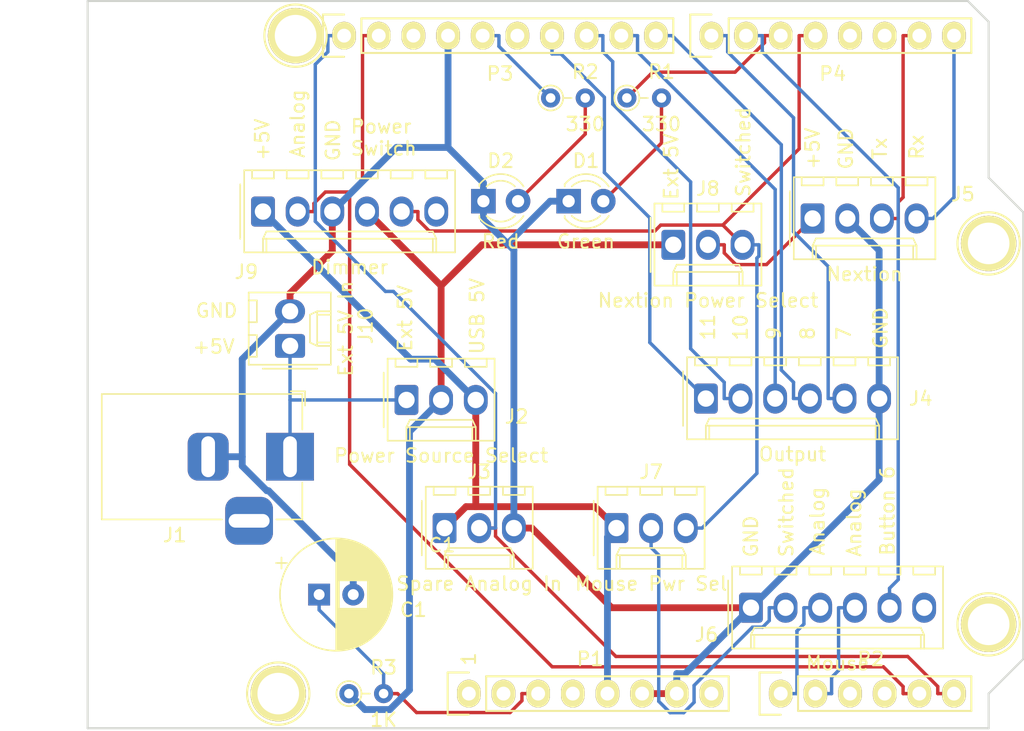
<source format=kicad_pcb>
(kicad_pcb (version 20171130) (host pcbnew "(5.1.9-0-10_14)")

  (general
    (thickness 1.6)
    (drawings 52)
    (tracks 195)
    (zones 0)
    (modules 24)
    (nets 42)
  )

  (page A4)
  (title_block
    (date "lun. 30 mars 2015")
  )

  (layers
    (0 F.Cu signal)
    (31 B.Cu signal)
    (32 B.Adhes user)
    (33 F.Adhes user)
    (34 B.Paste user)
    (35 F.Paste user)
    (36 B.SilkS user)
    (37 F.SilkS user)
    (38 B.Mask user)
    (39 F.Mask user)
    (40 Dwgs.User user)
    (41 Cmts.User user)
    (42 Eco1.User user)
    (43 Eco2.User user)
    (44 Edge.Cuts user)
    (45 Margin user)
    (46 B.CrtYd user)
    (47 F.CrtYd user)
    (48 B.Fab user)
    (49 F.Fab user)
  )

  (setup
    (last_trace_width 0.25)
    (trace_clearance 0.2)
    (zone_clearance 0.508)
    (zone_45_only no)
    (trace_min 0.2)
    (via_size 0.6)
    (via_drill 0.4)
    (via_min_size 0.4)
    (via_min_drill 0.3)
    (uvia_size 0.3)
    (uvia_drill 0.1)
    (uvias_allowed no)
    (uvia_min_size 0.2)
    (uvia_min_drill 0.1)
    (edge_width 0.15)
    (segment_width 0.15)
    (pcb_text_width 0.3)
    (pcb_text_size 1.5 1.5)
    (mod_edge_width 0.15)
    (mod_text_size 1 1)
    (mod_text_width 0.15)
    (pad_size 4.064 4.064)
    (pad_drill 3.048)
    (pad_to_mask_clearance 0)
    (aux_axis_origin 110.998 126.365)
    (grid_origin 110.998 126.365)
    (visible_elements FFFFFF7F)
    (pcbplotparams
      (layerselection 0x3ffff_ffffffff)
      (usegerberextensions false)
      (usegerberattributes false)
      (usegerberadvancedattributes false)
      (creategerberjobfile false)
      (excludeedgelayer true)
      (linewidth 0.100000)
      (plotframeref false)
      (viasonmask false)
      (mode 1)
      (useauxorigin false)
      (hpglpennumber 1)
      (hpglpenspeed 20)
      (hpglpendiameter 15.000000)
      (psnegative false)
      (psa4output false)
      (plotreference true)
      (plotvalue true)
      (plotinvisibletext false)
      (padsonsilk false)
      (subtractmaskfromsilk false)
      (outputformat 1)
      (mirror false)
      (drillshape 0)
      (scaleselection 1)
      (outputdirectory "Manufacturing/"))
  )

  (net 0 "")
  (net 1 /IOREF)
  (net 2 /Reset)
  (net 3 +5V)
  (net 4 GND)
  (net 5 /Vin)
  (net 6 /A0)
  (net 7 /A1)
  (net 8 /A2)
  (net 9 /A3)
  (net 10 /AREF)
  (net 11 "/A4(SDA)")
  (net 12 "/A5(SCL)")
  (net 13 /8)
  (net 14 /7)
  (net 15 "/5(**)")
  (net 16 "/3(**)")
  (net 17 /2)
  (net 18 "/1(Tx)")
  (net 19 "/0(Rx)")
  (net 20 "Net-(P5-Pad1)")
  (net 21 "Net-(P6-Pad1)")
  (net 22 "Net-(P7-Pad1)")
  (net 23 "Net-(P8-Pad1)")
  (net 24 "/13(SCK)")
  (net 25 "Net-(P1-Pad1)")
  (net 26 +3V3)
  (net 27 "/12(MISO)")
  (net 28 "Net-(D1-Pad2)")
  (net 29 "Net-(D2-Pad2)")
  (net 30 "Net-(J1-Pad3)")
  (net 31 "Net-(J1-Pad1)")
  (net 32 +5VD)
  (net 33 /9)
  (net 34 /10)
  (net 35 /11)
  (net 36 "Net-(J6-Pad6)")
  (net 37 "Net-(J6-Pad2)")
  (net 38 /6)
  (net 39 "Net-(J9-Pad6)")
  (net 40 "Net-(J5-Pad1)")
  (net 41 /Swtiched_5VD)

  (net_class Default "This is the default net class."
    (clearance 0.2)
    (trace_width 0.25)
    (via_dia 0.6)
    (via_drill 0.4)
    (uvia_dia 0.3)
    (uvia_drill 0.1)
    (add_net +3V3)
    (add_net "/0(Rx)")
    (add_net "/1(Tx)")
    (add_net /10)
    (add_net /11)
    (add_net "/12(MISO)")
    (add_net "/13(SCK)")
    (add_net /2)
    (add_net "/3(**)")
    (add_net "/5(**)")
    (add_net /6)
    (add_net /7)
    (add_net /8)
    (add_net /9)
    (add_net /A0)
    (add_net /A1)
    (add_net /A2)
    (add_net /A3)
    (add_net "/A4(SDA)")
    (add_net "/A5(SCL)")
    (add_net /AREF)
    (add_net /IOREF)
    (add_net /Reset)
    (add_net /Swtiched_5VD)
    (add_net /Vin)
    (add_net "Net-(D1-Pad2)")
    (add_net "Net-(D2-Pad2)")
    (add_net "Net-(J1-Pad1)")
    (add_net "Net-(J1-Pad3)")
    (add_net "Net-(J5-Pad1)")
    (add_net "Net-(J6-Pad2)")
    (add_net "Net-(J6-Pad6)")
    (add_net "Net-(J9-Pad6)")
    (add_net "Net-(P1-Pad1)")
    (add_net "Net-(P5-Pad1)")
    (add_net "Net-(P6-Pad1)")
    (add_net "Net-(P7-Pad1)")
    (add_net "Net-(P8-Pad1)")
  )

  (net_class Power ""
    (clearance 0.2)
    (trace_width 0.5)
    (via_dia 0.6)
    (via_drill 0.4)
    (uvia_dia 0.3)
    (uvia_drill 0.1)
    (add_net +5V)
    (add_net +5VD)
    (add_net GND)
  )

  (module PT_Library_v001:Molex_1x03_P2.54mm_Vertical (layer F.Cu) (tedit 5B78013E) (tstamp 62BCB827)
    (at 153.924 90.9066)
    (descr "Molex KK-254 Interconnect System, old/engineering part number: AE-6410-03A example for new part number: 22-27-2031, 3 Pins (http://www.molex.com/pdm_docs/sd/022272021_sd.pdf), generated with kicad-footprint-generator")
    (tags "connector Molex KK-254 side entry")
    (path /62BDBF61)
    (fp_text reference J8 (at 2.54 -4.12) (layer F.SilkS)
      (effects (font (size 1 1) (thickness 0.15)))
    )
    (fp_text value "Nextion Power Select" (at 2.54 4.08) (layer F.SilkS)
      (effects (font (size 1 1) (thickness 0.15)))
    )
    (fp_line (start -1.27 -2.92) (end -1.27 2.88) (layer F.Fab) (width 0.1))
    (fp_line (start -1.27 2.88) (end 6.35 2.88) (layer F.Fab) (width 0.1))
    (fp_line (start 6.35 2.88) (end 6.35 -2.92) (layer F.Fab) (width 0.1))
    (fp_line (start 6.35 -2.92) (end -1.27 -2.92) (layer F.Fab) (width 0.1))
    (fp_line (start -1.38 -3.03) (end -1.38 2.99) (layer F.SilkS) (width 0.12))
    (fp_line (start -1.38 2.99) (end 6.46 2.99) (layer F.SilkS) (width 0.12))
    (fp_line (start 6.46 2.99) (end 6.46 -3.03) (layer F.SilkS) (width 0.12))
    (fp_line (start 6.46 -3.03) (end -1.38 -3.03) (layer F.SilkS) (width 0.12))
    (fp_line (start -1.67 -2) (end -1.67 2) (layer F.SilkS) (width 0.12))
    (fp_line (start -1.27 -0.5) (end -0.562893 0) (layer F.Fab) (width 0.1))
    (fp_line (start -0.562893 0) (end -1.27 0.5) (layer F.Fab) (width 0.1))
    (fp_line (start 0 2.99) (end 0 1.99) (layer F.SilkS) (width 0.12))
    (fp_line (start 0 1.99) (end 5.08 1.99) (layer F.SilkS) (width 0.12))
    (fp_line (start 5.08 1.99) (end 5.08 2.99) (layer F.SilkS) (width 0.12))
    (fp_line (start 0 1.99) (end 0.25 1.46) (layer F.SilkS) (width 0.12))
    (fp_line (start 0.25 1.46) (end 4.83 1.46) (layer F.SilkS) (width 0.12))
    (fp_line (start 4.83 1.46) (end 5.08 1.99) (layer F.SilkS) (width 0.12))
    (fp_line (start 0.25 2.99) (end 0.25 1.99) (layer F.SilkS) (width 0.12))
    (fp_line (start 4.83 2.99) (end 4.83 1.99) (layer F.SilkS) (width 0.12))
    (fp_line (start -0.8 -3.03) (end -0.8 -2.43) (layer F.SilkS) (width 0.12))
    (fp_line (start -0.8 -2.43) (end 0.8 -2.43) (layer F.SilkS) (width 0.12))
    (fp_line (start 0.8 -2.43) (end 0.8 -3.03) (layer F.SilkS) (width 0.12))
    (fp_line (start 1.74 -3.03) (end 1.74 -2.43) (layer F.SilkS) (width 0.12))
    (fp_line (start 1.74 -2.43) (end 3.34 -2.43) (layer F.SilkS) (width 0.12))
    (fp_line (start 3.34 -2.43) (end 3.34 -3.03) (layer F.SilkS) (width 0.12))
    (fp_line (start 4.28 -3.03) (end 4.28 -2.43) (layer F.SilkS) (width 0.12))
    (fp_line (start 4.28 -2.43) (end 5.88 -2.43) (layer F.SilkS) (width 0.12))
    (fp_line (start 5.88 -2.43) (end 5.88 -3.03) (layer F.SilkS) (width 0.12))
    (fp_line (start -1.77 -3.42) (end -1.77 3.38) (layer F.CrtYd) (width 0.05))
    (fp_line (start -1.77 3.38) (end 6.85 3.38) (layer F.CrtYd) (width 0.05))
    (fp_line (start 6.85 3.38) (end 6.85 -3.42) (layer F.CrtYd) (width 0.05))
    (fp_line (start 6.85 -3.42) (end -1.77 -3.42) (layer F.CrtYd) (width 0.05))
    (fp_text user %R (at 2.54 -2.22) (layer F.Fab)
      (effects (font (size 1 1) (thickness 0.15)))
    )
    (pad 3 thru_hole oval (at 5.08 0) (size 1.74 2.2) (drill 1.2) (layers *.Cu *.Mask)
      (net 41 /Swtiched_5VD))
    (pad 2 thru_hole oval (at 2.54 0) (size 1.74 2.2) (drill 1.2) (layers *.Cu *.Mask)
      (net 40 "Net-(J5-Pad1)"))
    (pad 1 thru_hole roundrect (at 0 0) (size 1.74 2.2) (drill 1.2) (layers *.Cu *.Mask) (roundrect_rratio 0.1436775862068966)
      (net 32 +5VD))
    (model ${KISYS3DMOD}/Connector_Molex.3dshapes/Molex_KK-254_AE-6410-03A_1x03_P2.54mm_Vertical.wrl
      (at (xyz 0 0 0))
      (scale (xyz 1 1 1))
      (rotate (xyz 0 0 0))
    )
  )

  (module PT_Library_v001:Molex_1x02_P2.54mm_Vertical (layer F.Cu) (tedit 5B78013E) (tstamp 62BBAA91)
    (at 125.832 98.3234 90)
    (descr "Molex KK-254 Interconnect System, old/engineering part number: AE-6410-02A example for new part number: 22-27-2021, 2 Pins (http://www.molex.com/pdm_docs/sd/022272021_sd.pdf), generated with kicad-footprint-generator")
    (tags "connector Molex KK-254 side entry")
    (path /62C12E42)
    (fp_text reference J10 (at 1.4732 5.5368 90) (layer F.SilkS)
      (effects (font (size 1 1) (thickness 0.15)))
    )
    (fp_text value "Ext 5V In" (at 1.27 4.08 90) (layer F.SilkS)
      (effects (font (size 1 1) (thickness 0.15)))
    )
    (fp_line (start -1.27 -2.92) (end -1.27 2.88) (layer F.Fab) (width 0.1))
    (fp_line (start -1.27 2.88) (end 3.81 2.88) (layer F.Fab) (width 0.1))
    (fp_line (start 3.81 2.88) (end 3.81 -2.92) (layer F.Fab) (width 0.1))
    (fp_line (start 3.81 -2.92) (end -1.27 -2.92) (layer F.Fab) (width 0.1))
    (fp_line (start -1.38 -3.03) (end -1.38 2.99) (layer F.SilkS) (width 0.12))
    (fp_line (start -1.38 2.99) (end 3.92 2.99) (layer F.SilkS) (width 0.12))
    (fp_line (start 3.92 2.99) (end 3.92 -3.03) (layer F.SilkS) (width 0.12))
    (fp_line (start 3.92 -3.03) (end -1.38 -3.03) (layer F.SilkS) (width 0.12))
    (fp_line (start -1.67 -2) (end -1.67 2) (layer F.SilkS) (width 0.12))
    (fp_line (start -1.27 -0.5) (end -0.562893 0) (layer F.Fab) (width 0.1))
    (fp_line (start -0.562893 0) (end -1.27 0.5) (layer F.Fab) (width 0.1))
    (fp_line (start 0 2.99) (end 0 1.99) (layer F.SilkS) (width 0.12))
    (fp_line (start 0 1.99) (end 2.54 1.99) (layer F.SilkS) (width 0.12))
    (fp_line (start 2.54 1.99) (end 2.54 2.99) (layer F.SilkS) (width 0.12))
    (fp_line (start 0 1.99) (end 0.25 1.46) (layer F.SilkS) (width 0.12))
    (fp_line (start 0.25 1.46) (end 2.29 1.46) (layer F.SilkS) (width 0.12))
    (fp_line (start 2.29 1.46) (end 2.54 1.99) (layer F.SilkS) (width 0.12))
    (fp_line (start 0.25 2.99) (end 0.25 1.99) (layer F.SilkS) (width 0.12))
    (fp_line (start 2.29 2.99) (end 2.29 1.99) (layer F.SilkS) (width 0.12))
    (fp_line (start -0.8 -3.03) (end -0.8 -2.43) (layer F.SilkS) (width 0.12))
    (fp_line (start -0.8 -2.43) (end 0.8 -2.43) (layer F.SilkS) (width 0.12))
    (fp_line (start 0.8 -2.43) (end 0.8 -3.03) (layer F.SilkS) (width 0.12))
    (fp_line (start 1.74 -3.03) (end 1.74 -2.43) (layer F.SilkS) (width 0.12))
    (fp_line (start 1.74 -2.43) (end 3.34 -2.43) (layer F.SilkS) (width 0.12))
    (fp_line (start 3.34 -2.43) (end 3.34 -3.03) (layer F.SilkS) (width 0.12))
    (fp_line (start -1.77 -3.42) (end -1.77 3.38) (layer F.CrtYd) (width 0.05))
    (fp_line (start -1.77 3.38) (end 4.31 3.38) (layer F.CrtYd) (width 0.05))
    (fp_line (start 4.31 3.38) (end 4.31 -3.42) (layer F.CrtYd) (width 0.05))
    (fp_line (start 4.31 -3.42) (end -1.77 -3.42) (layer F.CrtYd) (width 0.05))
    (fp_text user %R (at 1.27 -2.22 90) (layer F.Fab)
      (effects (font (size 1 1) (thickness 0.15)))
    )
    (pad 2 thru_hole oval (at 2.54 0 90) (size 1.74 2.2) (drill 1.2) (layers *.Cu *.Mask)
      (net 4 GND))
    (pad 1 thru_hole roundrect (at 0 0 90) (size 1.74 2.2) (drill 1.2) (layers *.Cu *.Mask) (roundrect_rratio 0.1436775862068966)
      (net 31 "Net-(J1-Pad1)"))
    (model ${KISYS3DMOD}/Connector_Molex.3dshapes/Molex_KK-254_AE-6410-02A_1x02_P2.54mm_Vertical.wrl
      (at (xyz 0 0 0))
      (scale (xyz 1 1 1))
      (rotate (xyz 0 0 0))
    )
  )

  (module PT_Library_v001:Molex_1x03_P2.54mm_Vertical (layer F.Cu) (tedit 5B78013E) (tstamp 62BB84A1)
    (at 134.366 102.286)
    (descr "Molex KK-254 Interconnect System, old/engineering part number: AE-6410-03A example for new part number: 22-27-2031, 3 Pins (http://www.molex.com/pdm_docs/sd/022272021_sd.pdf), generated with kicad-footprint-generator")
    (tags "connector Molex KK-254 side entry")
    (path /62BE792D)
    (fp_text reference J2 (at 8.0772 1.219) (layer F.SilkS)
      (effects (font (size 1 1) (thickness 0.15)))
    )
    (fp_text value "Power Source Select" (at 2.54 4.08) (layer F.SilkS)
      (effects (font (size 1 1) (thickness 0.15)))
    )
    (fp_line (start -1.27 -2.92) (end -1.27 2.88) (layer F.Fab) (width 0.1))
    (fp_line (start -1.27 2.88) (end 6.35 2.88) (layer F.Fab) (width 0.1))
    (fp_line (start 6.35 2.88) (end 6.35 -2.92) (layer F.Fab) (width 0.1))
    (fp_line (start 6.35 -2.92) (end -1.27 -2.92) (layer F.Fab) (width 0.1))
    (fp_line (start -1.38 -3.03) (end -1.38 2.99) (layer F.SilkS) (width 0.12))
    (fp_line (start -1.38 2.99) (end 6.46 2.99) (layer F.SilkS) (width 0.12))
    (fp_line (start 6.46 2.99) (end 6.46 -3.03) (layer F.SilkS) (width 0.12))
    (fp_line (start 6.46 -3.03) (end -1.38 -3.03) (layer F.SilkS) (width 0.12))
    (fp_line (start -1.67 -2) (end -1.67 2) (layer F.SilkS) (width 0.12))
    (fp_line (start -1.27 -0.5) (end -0.562893 0) (layer F.Fab) (width 0.1))
    (fp_line (start -0.562893 0) (end -1.27 0.5) (layer F.Fab) (width 0.1))
    (fp_line (start 0 2.99) (end 0 1.99) (layer F.SilkS) (width 0.12))
    (fp_line (start 0 1.99) (end 5.08 1.99) (layer F.SilkS) (width 0.12))
    (fp_line (start 5.08 1.99) (end 5.08 2.99) (layer F.SilkS) (width 0.12))
    (fp_line (start 0 1.99) (end 0.25 1.46) (layer F.SilkS) (width 0.12))
    (fp_line (start 0.25 1.46) (end 4.83 1.46) (layer F.SilkS) (width 0.12))
    (fp_line (start 4.83 1.46) (end 5.08 1.99) (layer F.SilkS) (width 0.12))
    (fp_line (start 0.25 2.99) (end 0.25 1.99) (layer F.SilkS) (width 0.12))
    (fp_line (start 4.83 2.99) (end 4.83 1.99) (layer F.SilkS) (width 0.12))
    (fp_line (start -0.8 -3.03) (end -0.8 -2.43) (layer F.SilkS) (width 0.12))
    (fp_line (start -0.8 -2.43) (end 0.8 -2.43) (layer F.SilkS) (width 0.12))
    (fp_line (start 0.8 -2.43) (end 0.8 -3.03) (layer F.SilkS) (width 0.12))
    (fp_line (start 1.74 -3.03) (end 1.74 -2.43) (layer F.SilkS) (width 0.12))
    (fp_line (start 1.74 -2.43) (end 3.34 -2.43) (layer F.SilkS) (width 0.12))
    (fp_line (start 3.34 -2.43) (end 3.34 -3.03) (layer F.SilkS) (width 0.12))
    (fp_line (start 4.28 -3.03) (end 4.28 -2.43) (layer F.SilkS) (width 0.12))
    (fp_line (start 4.28 -2.43) (end 5.88 -2.43) (layer F.SilkS) (width 0.12))
    (fp_line (start 5.88 -2.43) (end 5.88 -3.03) (layer F.SilkS) (width 0.12))
    (fp_line (start -1.77 -3.42) (end -1.77 3.38) (layer F.CrtYd) (width 0.05))
    (fp_line (start -1.77 3.38) (end 6.85 3.38) (layer F.CrtYd) (width 0.05))
    (fp_line (start 6.85 3.38) (end 6.85 -3.42) (layer F.CrtYd) (width 0.05))
    (fp_line (start 6.85 -3.42) (end -1.77 -3.42) (layer F.CrtYd) (width 0.05))
    (fp_text user %R (at 2.54 -2.22) (layer F.Fab)
      (effects (font (size 1 1) (thickness 0.15)))
    )
    (pad 3 thru_hole oval (at 5.08 0) (size 1.74 2.2) (drill 1.2) (layers *.Cu *.Mask)
      (net 3 +5V))
    (pad 2 thru_hole oval (at 2.54 0) (size 1.74 2.2) (drill 1.2) (layers *.Cu *.Mask)
      (net 32 +5VD))
    (pad 1 thru_hole roundrect (at 0 0) (size 1.74 2.2) (drill 1.2) (layers *.Cu *.Mask) (roundrect_rratio 0.1436775862068966)
      (net 31 "Net-(J1-Pad1)"))
    (model ${KISYS3DMOD}/Connector_Molex.3dshapes/Molex_KK-254_AE-6410-03A_1x03_P2.54mm_Vertical.wrl
      (at (xyz 0 0 0))
      (scale (xyz 1 1 1))
      (rotate (xyz 0 0 0))
    )
  )

  (module PT_Library_v001:PT_R_Axial_DIN0204_L3.6mm_D1.6mm_P2.54mm_Vertical (layer F.Cu) (tedit 5AE5139B) (tstamp 62BB6110)
    (at 130.15 123.825)
    (descr "Resistor, Axial_DIN0204 series, Axial, Vertical, pin pitch=2.54mm, 0.167W, length*diameter=3.6*1.6mm^2, http://cdn-reichelt.de/documents/datenblatt/B400/1_4W%23YAG.pdf")
    (tags "Resistor Axial_DIN0204 series Axial Vertical pin pitch 2.54mm 0.167W length 3.6mm diameter 1.6mm")
    (path /62BBD65F)
    (fp_text reference R3 (at 2.54 -1.92) (layer F.SilkS)
      (effects (font (size 1 1) (thickness 0.15)))
    )
    (fp_text value 1K (at 2.54 1.92) (layer F.SilkS)
      (effects (font (size 1 1) (thickness 0.15)))
    )
    (fp_line (start 3.49 -1.05) (end -1.05 -1.05) (layer F.CrtYd) (width 0.05))
    (fp_line (start 3.49 1.05) (end 3.49 -1.05) (layer F.CrtYd) (width 0.05))
    (fp_line (start -1.05 1.05) (end 3.49 1.05) (layer F.CrtYd) (width 0.05))
    (fp_line (start -1.05 -1.05) (end -1.05 1.05) (layer F.CrtYd) (width 0.05))
    (fp_line (start 0.92 0) (end 1.54 0) (layer F.SilkS) (width 0.12))
    (fp_line (start 0 0) (end 2.54 0) (layer F.Fab) (width 0.1))
    (fp_circle (center 0 0) (end 0.92 0) (layer F.SilkS) (width 0.12))
    (fp_circle (center 0 0) (end 0.8 0) (layer F.Fab) (width 0.1))
    (fp_text user %R (at 2.54 -1.92) (layer F.Fab)
      (effects (font (size 1 1) (thickness 0.15)))
    )
    (pad 1 thru_hole circle (at 0 0) (size 1.4 1.4) (drill 0.7) (layers *.Cu *.Mask)
      (net 32 +5VD))
    (pad 2 thru_hole oval (at 2.54 0) (size 1.4 1.4) (drill 0.7) (layers *.Cu *.Mask)
      (net 2 /Reset))
    (model ${KISYS3DMOD}/Resistor_THT.3dshapes/R_Axial_DIN0204_L3.6mm_D1.6mm_P2.54mm_Vertical.wrl
      (at (xyz 0 0 0))
      (scale (xyz 1 1 1))
      (rotate (xyz 0 0 0))
    )
  )

  (module PT_Library_v001:PT_R_Axial_DIN0204_L3.6mm_D1.6mm_P2.54mm_Vertical (layer F.Cu) (tedit 5AE5139B) (tstamp 62BB6101)
    (at 144.932 80.137)
    (descr "Resistor, Axial_DIN0204 series, Axial, Vertical, pin pitch=2.54mm, 0.167W, length*diameter=3.6*1.6mm^2, http://cdn-reichelt.de/documents/datenblatt/B400/1_4W%23YAG.pdf")
    (tags "Resistor Axial_DIN0204 series Axial Vertical pin pitch 2.54mm 0.167W length 3.6mm diameter 1.6mm")
    (path /62BB7E93)
    (fp_text reference R2 (at 2.54 -1.92) (layer F.SilkS)
      (effects (font (size 1 1) (thickness 0.15)))
    )
    (fp_text value 330 (at 2.54 1.92) (layer F.SilkS)
      (effects (font (size 1 1) (thickness 0.15)))
    )
    (fp_line (start 3.49 -1.05) (end -1.05 -1.05) (layer F.CrtYd) (width 0.05))
    (fp_line (start 3.49 1.05) (end 3.49 -1.05) (layer F.CrtYd) (width 0.05))
    (fp_line (start -1.05 1.05) (end 3.49 1.05) (layer F.CrtYd) (width 0.05))
    (fp_line (start -1.05 -1.05) (end -1.05 1.05) (layer F.CrtYd) (width 0.05))
    (fp_line (start 0.92 0) (end 1.54 0) (layer F.SilkS) (width 0.12))
    (fp_line (start 0 0) (end 2.54 0) (layer F.Fab) (width 0.1))
    (fp_circle (center 0 0) (end 0.92 0) (layer F.SilkS) (width 0.12))
    (fp_circle (center 0 0) (end 0.8 0) (layer F.Fab) (width 0.1))
    (fp_text user %R (at 2.54 -1.92) (layer F.Fab)
      (effects (font (size 1 1) (thickness 0.15)))
    )
    (pad 1 thru_hole circle (at 0 0) (size 1.4 1.4) (drill 0.7) (layers *.Cu *.Mask)
      (net 24 "/13(SCK)"))
    (pad 2 thru_hole oval (at 2.54 0) (size 1.4 1.4) (drill 0.7) (layers *.Cu *.Mask)
      (net 29 "Net-(D2-Pad2)"))
    (model ${KISYS3DMOD}/Resistor_THT.3dshapes/R_Axial_DIN0204_L3.6mm_D1.6mm_P2.54mm_Vertical.wrl
      (at (xyz 0 0 0))
      (scale (xyz 1 1 1))
      (rotate (xyz 0 0 0))
    )
  )

  (module PT_Library_v001:PT_R_Axial_DIN0204_L3.6mm_D1.6mm_P2.54mm_Vertical (layer F.Cu) (tedit 5AE5139B) (tstamp 62BB60F2)
    (at 150.52 80.137)
    (descr "Resistor, Axial_DIN0204 series, Axial, Vertical, pin pitch=2.54mm, 0.167W, length*diameter=3.6*1.6mm^2, http://cdn-reichelt.de/documents/datenblatt/B400/1_4W%23YAG.pdf")
    (tags "Resistor Axial_DIN0204 series Axial Vertical pin pitch 2.54mm 0.167W length 3.6mm diameter 1.6mm")
    (path /62BB8564)
    (fp_text reference R1 (at 2.54 -1.92) (layer F.SilkS)
      (effects (font (size 1 1) (thickness 0.15)))
    )
    (fp_text value 330 (at 2.54 1.92) (layer F.SilkS)
      (effects (font (size 1 1) (thickness 0.15)))
    )
    (fp_line (start 3.49 -1.05) (end -1.05 -1.05) (layer F.CrtYd) (width 0.05))
    (fp_line (start 3.49 1.05) (end 3.49 -1.05) (layer F.CrtYd) (width 0.05))
    (fp_line (start -1.05 1.05) (end 3.49 1.05) (layer F.CrtYd) (width 0.05))
    (fp_line (start -1.05 -1.05) (end -1.05 1.05) (layer F.CrtYd) (width 0.05))
    (fp_line (start 0.92 0) (end 1.54 0) (layer F.SilkS) (width 0.12))
    (fp_line (start 0 0) (end 2.54 0) (layer F.Fab) (width 0.1))
    (fp_circle (center 0 0) (end 0.92 0) (layer F.SilkS) (width 0.12))
    (fp_circle (center 0 0) (end 0.8 0) (layer F.Fab) (width 0.1))
    (fp_text user %R (at 2.54 -1.92) (layer F.Fab)
      (effects (font (size 1 1) (thickness 0.15)))
    )
    (pad 1 thru_hole circle (at 0 0) (size 1.4 1.4) (drill 0.7) (layers *.Cu *.Mask)
      (net 15 "/5(**)"))
    (pad 2 thru_hole oval (at 2.54 0) (size 1.4 1.4) (drill 0.7) (layers *.Cu *.Mask)
      (net 28 "Net-(D1-Pad2)"))
    (model ${KISYS3DMOD}/Resistor_THT.3dshapes/R_Axial_DIN0204_L3.6mm_D1.6mm_P2.54mm_Vertical.wrl
      (at (xyz 0 0 0))
      (scale (xyz 1 1 1))
      (rotate (xyz 0 0 0))
    )
  )

  (module PT_Library_v001:Molex_1x06_P2.54mm_Vertical (layer F.Cu) (tedit 5B78013E) (tstamp 62BB600B)
    (at 123.85 88.4682)
    (descr "Molex KK-254 Interconnect System, old/engineering part number: AE-6410-06A example for new part number: 22-27-2061, 6 Pins (http://www.molex.com/pdm_docs/sd/022272021_sd.pdf), generated with kicad-footprint-generator")
    (tags "connector Molex KK-254 side entry")
    (path /62BD26FC)
    (fp_text reference J9 (at -1.2188 4.4196) (layer F.SilkS)
      (effects (font (size 1 1) (thickness 0.15)))
    )
    (fp_text value Dimmer (at 6.35 4.08) (layer F.SilkS)
      (effects (font (size 1 1) (thickness 0.15)))
    )
    (fp_line (start -1.27 -2.92) (end -1.27 2.88) (layer F.Fab) (width 0.1))
    (fp_line (start -1.27 2.88) (end 13.97 2.88) (layer F.Fab) (width 0.1))
    (fp_line (start 13.97 2.88) (end 13.97 -2.92) (layer F.Fab) (width 0.1))
    (fp_line (start 13.97 -2.92) (end -1.27 -2.92) (layer F.Fab) (width 0.1))
    (fp_line (start -1.38 -3.03) (end -1.38 2.99) (layer F.SilkS) (width 0.12))
    (fp_line (start -1.38 2.99) (end 14.08 2.99) (layer F.SilkS) (width 0.12))
    (fp_line (start 14.08 2.99) (end 14.08 -3.03) (layer F.SilkS) (width 0.12))
    (fp_line (start 14.08 -3.03) (end -1.38 -3.03) (layer F.SilkS) (width 0.12))
    (fp_line (start -1.67 -2) (end -1.67 2) (layer F.SilkS) (width 0.12))
    (fp_line (start -1.27 -0.5) (end -0.562893 0) (layer F.Fab) (width 0.1))
    (fp_line (start -0.562893 0) (end -1.27 0.5) (layer F.Fab) (width 0.1))
    (fp_line (start 0 2.99) (end 0 1.99) (layer F.SilkS) (width 0.12))
    (fp_line (start 0 1.99) (end 12.7 1.99) (layer F.SilkS) (width 0.12))
    (fp_line (start 12.7 1.99) (end 12.7 2.99) (layer F.SilkS) (width 0.12))
    (fp_line (start 0 1.99) (end 0.25 1.46) (layer F.SilkS) (width 0.12))
    (fp_line (start 0.25 1.46) (end 12.45 1.46) (layer F.SilkS) (width 0.12))
    (fp_line (start 12.45 1.46) (end 12.7 1.99) (layer F.SilkS) (width 0.12))
    (fp_line (start 0.25 2.99) (end 0.25 1.99) (layer F.SilkS) (width 0.12))
    (fp_line (start 12.45 2.99) (end 12.45 1.99) (layer F.SilkS) (width 0.12))
    (fp_line (start -0.8 -3.03) (end -0.8 -2.43) (layer F.SilkS) (width 0.12))
    (fp_line (start -0.8 -2.43) (end 0.8 -2.43) (layer F.SilkS) (width 0.12))
    (fp_line (start 0.8 -2.43) (end 0.8 -3.03) (layer F.SilkS) (width 0.12))
    (fp_line (start 1.74 -3.03) (end 1.74 -2.43) (layer F.SilkS) (width 0.12))
    (fp_line (start 1.74 -2.43) (end 3.34 -2.43) (layer F.SilkS) (width 0.12))
    (fp_line (start 3.34 -2.43) (end 3.34 -3.03) (layer F.SilkS) (width 0.12))
    (fp_line (start 4.28 -3.03) (end 4.28 -2.43) (layer F.SilkS) (width 0.12))
    (fp_line (start 4.28 -2.43) (end 5.88 -2.43) (layer F.SilkS) (width 0.12))
    (fp_line (start 5.88 -2.43) (end 5.88 -3.03) (layer F.SilkS) (width 0.12))
    (fp_line (start 6.82 -3.03) (end 6.82 -2.43) (layer F.SilkS) (width 0.12))
    (fp_line (start 6.82 -2.43) (end 8.42 -2.43) (layer F.SilkS) (width 0.12))
    (fp_line (start 8.42 -2.43) (end 8.42 -3.03) (layer F.SilkS) (width 0.12))
    (fp_line (start 9.36 -3.03) (end 9.36 -2.43) (layer F.SilkS) (width 0.12))
    (fp_line (start 9.36 -2.43) (end 10.96 -2.43) (layer F.SilkS) (width 0.12))
    (fp_line (start 10.96 -2.43) (end 10.96 -3.03) (layer F.SilkS) (width 0.12))
    (fp_line (start 11.9 -3.03) (end 11.9 -2.43) (layer F.SilkS) (width 0.12))
    (fp_line (start 11.9 -2.43) (end 13.5 -2.43) (layer F.SilkS) (width 0.12))
    (fp_line (start 13.5 -2.43) (end 13.5 -3.03) (layer F.SilkS) (width 0.12))
    (fp_line (start -1.77 -3.42) (end -1.77 3.38) (layer F.CrtYd) (width 0.05))
    (fp_line (start -1.77 3.38) (end 14.47 3.38) (layer F.CrtYd) (width 0.05))
    (fp_line (start 14.47 3.38) (end 14.47 -3.42) (layer F.CrtYd) (width 0.05))
    (fp_line (start 14.47 -3.42) (end -1.77 -3.42) (layer F.CrtYd) (width 0.05))
    (fp_text user %R (at 6.35 -2.22) (layer F.Fab)
      (effects (font (size 1 1) (thickness 0.15)))
    )
    (pad 6 thru_hole oval (at 12.7 0) (size 1.74 2.2) (drill 1.2) (layers *.Cu *.Mask)
      (net 39 "Net-(J9-Pad6)"))
    (pad 5 thru_hole oval (at 10.16 0) (size 1.74 2.2) (drill 1.2) (layers *.Cu *.Mask)
      (net 41 /Swtiched_5VD))
    (pad 4 thru_hole oval (at 7.62 0) (size 1.74 2.2) (drill 1.2) (layers *.Cu *.Mask)
      (net 32 +5VD))
    (pad 3 thru_hole oval (at 5.08 0) (size 1.74 2.2) (drill 1.2) (layers *.Cu *.Mask)
      (net 4 GND))
    (pad 2 thru_hole oval (at 2.54 0) (size 1.74 2.2) (drill 1.2) (layers *.Cu *.Mask)
      (net 11 "/A4(SDA)"))
    (pad 1 thru_hole roundrect (at 0 0) (size 1.74 2.2) (drill 1.2) (layers *.Cu *.Mask) (roundrect_rratio 0.1436775862068966)
      (net 3 +5V))
    (model ${KISYS3DMOD}/Connector_Molex.3dshapes/Molex_KK-254_AE-6410-06A_1x06_P2.54mm_Vertical.wrl
      (at (xyz 0 0 0))
      (scale (xyz 1 1 1))
      (rotate (xyz 0 0 0))
    )
  )

  (module PT_Library_v001:Molex_1x03_P2.54mm_Vertical (layer F.Cu) (tedit 5B78013E) (tstamp 62BB5FAF)
    (at 149.758 111.683)
    (descr "Molex KK-254 Interconnect System, old/engineering part number: AE-6410-03A example for new part number: 22-27-2031, 3 Pins (http://www.molex.com/pdm_docs/sd/022272021_sd.pdf), generated with kicad-footprint-generator")
    (tags "connector Molex KK-254 side entry")
    (path /62BCC7CA)
    (fp_text reference J7 (at 2.54 -4.12) (layer F.SilkS)
      (effects (font (size 1 1) (thickness 0.15)))
    )
    (fp_text value "Mouse Pwr Sel" (at 2.54 4.08) (layer F.SilkS)
      (effects (font (size 1 1) (thickness 0.15)))
    )
    (fp_line (start -1.27 -2.92) (end -1.27 2.88) (layer F.Fab) (width 0.1))
    (fp_line (start -1.27 2.88) (end 6.35 2.88) (layer F.Fab) (width 0.1))
    (fp_line (start 6.35 2.88) (end 6.35 -2.92) (layer F.Fab) (width 0.1))
    (fp_line (start 6.35 -2.92) (end -1.27 -2.92) (layer F.Fab) (width 0.1))
    (fp_line (start -1.38 -3.03) (end -1.38 2.99) (layer F.SilkS) (width 0.12))
    (fp_line (start -1.38 2.99) (end 6.46 2.99) (layer F.SilkS) (width 0.12))
    (fp_line (start 6.46 2.99) (end 6.46 -3.03) (layer F.SilkS) (width 0.12))
    (fp_line (start 6.46 -3.03) (end -1.38 -3.03) (layer F.SilkS) (width 0.12))
    (fp_line (start -1.67 -2) (end -1.67 2) (layer F.SilkS) (width 0.12))
    (fp_line (start -1.27 -0.5) (end -0.562893 0) (layer F.Fab) (width 0.1))
    (fp_line (start -0.562893 0) (end -1.27 0.5) (layer F.Fab) (width 0.1))
    (fp_line (start 0 2.99) (end 0 1.99) (layer F.SilkS) (width 0.12))
    (fp_line (start 0 1.99) (end 5.08 1.99) (layer F.SilkS) (width 0.12))
    (fp_line (start 5.08 1.99) (end 5.08 2.99) (layer F.SilkS) (width 0.12))
    (fp_line (start 0 1.99) (end 0.25 1.46) (layer F.SilkS) (width 0.12))
    (fp_line (start 0.25 1.46) (end 4.83 1.46) (layer F.SilkS) (width 0.12))
    (fp_line (start 4.83 1.46) (end 5.08 1.99) (layer F.SilkS) (width 0.12))
    (fp_line (start 0.25 2.99) (end 0.25 1.99) (layer F.SilkS) (width 0.12))
    (fp_line (start 4.83 2.99) (end 4.83 1.99) (layer F.SilkS) (width 0.12))
    (fp_line (start -0.8 -3.03) (end -0.8 -2.43) (layer F.SilkS) (width 0.12))
    (fp_line (start -0.8 -2.43) (end 0.8 -2.43) (layer F.SilkS) (width 0.12))
    (fp_line (start 0.8 -2.43) (end 0.8 -3.03) (layer F.SilkS) (width 0.12))
    (fp_line (start 1.74 -3.03) (end 1.74 -2.43) (layer F.SilkS) (width 0.12))
    (fp_line (start 1.74 -2.43) (end 3.34 -2.43) (layer F.SilkS) (width 0.12))
    (fp_line (start 3.34 -2.43) (end 3.34 -3.03) (layer F.SilkS) (width 0.12))
    (fp_line (start 4.28 -3.03) (end 4.28 -2.43) (layer F.SilkS) (width 0.12))
    (fp_line (start 4.28 -2.43) (end 5.88 -2.43) (layer F.SilkS) (width 0.12))
    (fp_line (start 5.88 -2.43) (end 5.88 -3.03) (layer F.SilkS) (width 0.12))
    (fp_line (start -1.77 -3.42) (end -1.77 3.38) (layer F.CrtYd) (width 0.05))
    (fp_line (start -1.77 3.38) (end 6.85 3.38) (layer F.CrtYd) (width 0.05))
    (fp_line (start 6.85 3.38) (end 6.85 -3.42) (layer F.CrtYd) (width 0.05))
    (fp_line (start 6.85 -3.42) (end -1.77 -3.42) (layer F.CrtYd) (width 0.05))
    (fp_text user %R (at 2.54 -2.22) (layer F.Fab)
      (effects (font (size 1 1) (thickness 0.15)))
    )
    (pad 3 thru_hole oval (at 5.08 0) (size 1.74 2.2) (drill 1.2) (layers *.Cu *.Mask)
      (net 41 /Swtiched_5VD))
    (pad 2 thru_hole oval (at 2.54 0) (size 1.74 2.2) (drill 1.2) (layers *.Cu *.Mask)
      (net 37 "Net-(J6-Pad2)"))
    (pad 1 thru_hole roundrect (at 0 0) (size 1.74 2.2) (drill 1.2) (layers *.Cu *.Mask) (roundrect_rratio 0.1436775862068966)
      (net 3 +5V))
    (model ${KISYS3DMOD}/Connector_Molex.3dshapes/Molex_KK-254_AE-6410-03A_1x03_P2.54mm_Vertical.wrl
      (at (xyz 0 0 0))
      (scale (xyz 1 1 1))
      (rotate (xyz 0 0 0))
    )
  )

  (module PT_Library_v001:Molex_1x06_P2.54mm_Vertical (layer F.Cu) (tedit 5B78013E) (tstamp 62BB5F87)
    (at 159.614 117.526)
    (descr "Molex KK-254 Interconnect System, old/engineering part number: AE-6410-06A example for new part number: 22-27-2061, 6 Pins (http://www.molex.com/pdm_docs/sd/022272021_sd.pdf), generated with kicad-footprint-generator")
    (tags "connector Molex KK-254 side entry")
    (path /62BC7C18)
    (fp_text reference J6 (at -3.2512 1.9812) (layer F.SilkS)
      (effects (font (size 1 1) (thickness 0.15)))
    )
    (fp_text value Mouse (at 6.35 4.08) (layer F.SilkS)
      (effects (font (size 1 1) (thickness 0.15)))
    )
    (fp_line (start -1.27 -2.92) (end -1.27 2.88) (layer F.Fab) (width 0.1))
    (fp_line (start -1.27 2.88) (end 13.97 2.88) (layer F.Fab) (width 0.1))
    (fp_line (start 13.97 2.88) (end 13.97 -2.92) (layer F.Fab) (width 0.1))
    (fp_line (start 13.97 -2.92) (end -1.27 -2.92) (layer F.Fab) (width 0.1))
    (fp_line (start -1.38 -3.03) (end -1.38 2.99) (layer F.SilkS) (width 0.12))
    (fp_line (start -1.38 2.99) (end 14.08 2.99) (layer F.SilkS) (width 0.12))
    (fp_line (start 14.08 2.99) (end 14.08 -3.03) (layer F.SilkS) (width 0.12))
    (fp_line (start 14.08 -3.03) (end -1.38 -3.03) (layer F.SilkS) (width 0.12))
    (fp_line (start -1.67 -2) (end -1.67 2) (layer F.SilkS) (width 0.12))
    (fp_line (start -1.27 -0.5) (end -0.562893 0) (layer F.Fab) (width 0.1))
    (fp_line (start -0.562893 0) (end -1.27 0.5) (layer F.Fab) (width 0.1))
    (fp_line (start 0 2.99) (end 0 1.99) (layer F.SilkS) (width 0.12))
    (fp_line (start 0 1.99) (end 12.7 1.99) (layer F.SilkS) (width 0.12))
    (fp_line (start 12.7 1.99) (end 12.7 2.99) (layer F.SilkS) (width 0.12))
    (fp_line (start 0 1.99) (end 0.25 1.46) (layer F.SilkS) (width 0.12))
    (fp_line (start 0.25 1.46) (end 12.45 1.46) (layer F.SilkS) (width 0.12))
    (fp_line (start 12.45 1.46) (end 12.7 1.99) (layer F.SilkS) (width 0.12))
    (fp_line (start 0.25 2.99) (end 0.25 1.99) (layer F.SilkS) (width 0.12))
    (fp_line (start 12.45 2.99) (end 12.45 1.99) (layer F.SilkS) (width 0.12))
    (fp_line (start -0.8 -3.03) (end -0.8 -2.43) (layer F.SilkS) (width 0.12))
    (fp_line (start -0.8 -2.43) (end 0.8 -2.43) (layer F.SilkS) (width 0.12))
    (fp_line (start 0.8 -2.43) (end 0.8 -3.03) (layer F.SilkS) (width 0.12))
    (fp_line (start 1.74 -3.03) (end 1.74 -2.43) (layer F.SilkS) (width 0.12))
    (fp_line (start 1.74 -2.43) (end 3.34 -2.43) (layer F.SilkS) (width 0.12))
    (fp_line (start 3.34 -2.43) (end 3.34 -3.03) (layer F.SilkS) (width 0.12))
    (fp_line (start 4.28 -3.03) (end 4.28 -2.43) (layer F.SilkS) (width 0.12))
    (fp_line (start 4.28 -2.43) (end 5.88 -2.43) (layer F.SilkS) (width 0.12))
    (fp_line (start 5.88 -2.43) (end 5.88 -3.03) (layer F.SilkS) (width 0.12))
    (fp_line (start 6.82 -3.03) (end 6.82 -2.43) (layer F.SilkS) (width 0.12))
    (fp_line (start 6.82 -2.43) (end 8.42 -2.43) (layer F.SilkS) (width 0.12))
    (fp_line (start 8.42 -2.43) (end 8.42 -3.03) (layer F.SilkS) (width 0.12))
    (fp_line (start 9.36 -3.03) (end 9.36 -2.43) (layer F.SilkS) (width 0.12))
    (fp_line (start 9.36 -2.43) (end 10.96 -2.43) (layer F.SilkS) (width 0.12))
    (fp_line (start 10.96 -2.43) (end 10.96 -3.03) (layer F.SilkS) (width 0.12))
    (fp_line (start 11.9 -3.03) (end 11.9 -2.43) (layer F.SilkS) (width 0.12))
    (fp_line (start 11.9 -2.43) (end 13.5 -2.43) (layer F.SilkS) (width 0.12))
    (fp_line (start 13.5 -2.43) (end 13.5 -3.03) (layer F.SilkS) (width 0.12))
    (fp_line (start -1.77 -3.42) (end -1.77 3.38) (layer F.CrtYd) (width 0.05))
    (fp_line (start -1.77 3.38) (end 14.47 3.38) (layer F.CrtYd) (width 0.05))
    (fp_line (start 14.47 3.38) (end 14.47 -3.42) (layer F.CrtYd) (width 0.05))
    (fp_line (start 14.47 -3.42) (end -1.77 -3.42) (layer F.CrtYd) (width 0.05))
    (fp_text user %R (at 6.35 -2.22) (layer F.Fab)
      (effects (font (size 1 1) (thickness 0.15)))
    )
    (pad 6 thru_hole oval (at 12.7 0) (size 1.74 2.2) (drill 1.2) (layers *.Cu *.Mask)
      (net 36 "Net-(J6-Pad6)"))
    (pad 5 thru_hole oval (at 10.16 0) (size 1.74 2.2) (drill 1.2) (layers *.Cu *.Mask)
      (net 38 /6))
    (pad 4 thru_hole oval (at 7.62 0) (size 1.74 2.2) (drill 1.2) (layers *.Cu *.Mask)
      (net 7 /A1))
    (pad 3 thru_hole oval (at 5.08 0) (size 1.74 2.2) (drill 1.2) (layers *.Cu *.Mask)
      (net 6 /A0))
    (pad 2 thru_hole oval (at 2.54 0) (size 1.74 2.2) (drill 1.2) (layers *.Cu *.Mask)
      (net 37 "Net-(J6-Pad2)"))
    (pad 1 thru_hole roundrect (at 0 0) (size 1.74 2.2) (drill 1.2) (layers *.Cu *.Mask) (roundrect_rratio 0.1436775862068966)
      (net 4 GND))
    (model ${KISYS3DMOD}/Connector_Molex.3dshapes/Molex_KK-254_AE-6410-06A_1x06_P2.54mm_Vertical.wrl
      (at (xyz 0 0 0))
      (scale (xyz 1 1 1))
      (rotate (xyz 0 0 0))
    )
  )

  (module PT_Library_v001:Molex_1x04_P2.54mm_Vertical (layer F.Cu) (tedit 5B78013E) (tstamp 62BB5F53)
    (at 164.135 88.9762)
    (descr "Molex KK-254 Interconnect System, old/engineering part number: AE-6410-04A example for new part number: 22-27-2041, 4 Pins (http://www.molex.com/pdm_docs/sd/022272021_sd.pdf), generated with kicad-footprint-generator")
    (tags "connector Molex KK-254 side entry")
    (path /62BC4634)
    (fp_text reference J5 (at 11.0234 -1.778) (layer F.SilkS)
      (effects (font (size 1 1) (thickness 0.15)))
    )
    (fp_text value Nextion (at 3.81 4.08) (layer F.SilkS)
      (effects (font (size 1 1) (thickness 0.15)))
    )
    (fp_line (start -1.27 -2.92) (end -1.27 2.88) (layer F.Fab) (width 0.1))
    (fp_line (start -1.27 2.88) (end 8.89 2.88) (layer F.Fab) (width 0.1))
    (fp_line (start 8.89 2.88) (end 8.89 -2.92) (layer F.Fab) (width 0.1))
    (fp_line (start 8.89 -2.92) (end -1.27 -2.92) (layer F.Fab) (width 0.1))
    (fp_line (start -1.38 -3.03) (end -1.38 2.99) (layer F.SilkS) (width 0.12))
    (fp_line (start -1.38 2.99) (end 9 2.99) (layer F.SilkS) (width 0.12))
    (fp_line (start 9 2.99) (end 9 -3.03) (layer F.SilkS) (width 0.12))
    (fp_line (start 9 -3.03) (end -1.38 -3.03) (layer F.SilkS) (width 0.12))
    (fp_line (start -1.67 -2) (end -1.67 2) (layer F.SilkS) (width 0.12))
    (fp_line (start -1.27 -0.5) (end -0.562893 0) (layer F.Fab) (width 0.1))
    (fp_line (start -0.562893 0) (end -1.27 0.5) (layer F.Fab) (width 0.1))
    (fp_line (start 0 2.99) (end 0 1.99) (layer F.SilkS) (width 0.12))
    (fp_line (start 0 1.99) (end 7.62 1.99) (layer F.SilkS) (width 0.12))
    (fp_line (start 7.62 1.99) (end 7.62 2.99) (layer F.SilkS) (width 0.12))
    (fp_line (start 0 1.99) (end 0.25 1.46) (layer F.SilkS) (width 0.12))
    (fp_line (start 0.25 1.46) (end 7.37 1.46) (layer F.SilkS) (width 0.12))
    (fp_line (start 7.37 1.46) (end 7.62 1.99) (layer F.SilkS) (width 0.12))
    (fp_line (start 0.25 2.99) (end 0.25 1.99) (layer F.SilkS) (width 0.12))
    (fp_line (start 7.37 2.99) (end 7.37 1.99) (layer F.SilkS) (width 0.12))
    (fp_line (start -0.8 -3.03) (end -0.8 -2.43) (layer F.SilkS) (width 0.12))
    (fp_line (start -0.8 -2.43) (end 0.8 -2.43) (layer F.SilkS) (width 0.12))
    (fp_line (start 0.8 -2.43) (end 0.8 -3.03) (layer F.SilkS) (width 0.12))
    (fp_line (start 1.74 -3.03) (end 1.74 -2.43) (layer F.SilkS) (width 0.12))
    (fp_line (start 1.74 -2.43) (end 3.34 -2.43) (layer F.SilkS) (width 0.12))
    (fp_line (start 3.34 -2.43) (end 3.34 -3.03) (layer F.SilkS) (width 0.12))
    (fp_line (start 4.28 -3.03) (end 4.28 -2.43) (layer F.SilkS) (width 0.12))
    (fp_line (start 4.28 -2.43) (end 5.88 -2.43) (layer F.SilkS) (width 0.12))
    (fp_line (start 5.88 -2.43) (end 5.88 -3.03) (layer F.SilkS) (width 0.12))
    (fp_line (start 6.82 -3.03) (end 6.82 -2.43) (layer F.SilkS) (width 0.12))
    (fp_line (start 6.82 -2.43) (end 8.42 -2.43) (layer F.SilkS) (width 0.12))
    (fp_line (start 8.42 -2.43) (end 8.42 -3.03) (layer F.SilkS) (width 0.12))
    (fp_line (start -1.77 -3.42) (end -1.77 3.38) (layer F.CrtYd) (width 0.05))
    (fp_line (start -1.77 3.38) (end 9.39 3.38) (layer F.CrtYd) (width 0.05))
    (fp_line (start 9.39 3.38) (end 9.39 -3.42) (layer F.CrtYd) (width 0.05))
    (fp_line (start 9.39 -3.42) (end -1.77 -3.42) (layer F.CrtYd) (width 0.05))
    (fp_text user %R (at 3.81 -2.22) (layer F.Fab)
      (effects (font (size 1 1) (thickness 0.15)))
    )
    (pad 4 thru_hole oval (at 7.62 0) (size 1.74 2.2) (drill 1.2) (layers *.Cu *.Mask)
      (net 19 "/0(Rx)"))
    (pad 3 thru_hole oval (at 5.08 0) (size 1.74 2.2) (drill 1.2) (layers *.Cu *.Mask)
      (net 18 "/1(Tx)"))
    (pad 2 thru_hole oval (at 2.54 0) (size 1.74 2.2) (drill 1.2) (layers *.Cu *.Mask)
      (net 4 GND))
    (pad 1 thru_hole roundrect (at 0 0) (size 1.74 2.2) (drill 1.2) (layers *.Cu *.Mask) (roundrect_rratio 0.1436775862068966)
      (net 40 "Net-(J5-Pad1)"))
    (model ${KISYS3DMOD}/Connector_Molex.3dshapes/Molex_KK-254_AE-6410-04A_1x04_P2.54mm_Vertical.wrl
      (at (xyz 0 0 0))
      (scale (xyz 1 1 1))
      (rotate (xyz 0 0 0))
    )
  )

  (module PT_Library_v001:Molex_1x06_P2.54mm_Vertical (layer F.Cu) (tedit 5B78013E) (tstamp 62BB5F27)
    (at 156.312 102.184)
    (descr "Molex KK-254 Interconnect System, old/engineering part number: AE-6410-06A example for new part number: 22-27-2061, 6 Pins (http://www.molex.com/pdm_docs/sd/022272021_sd.pdf), generated with kicad-footprint-generator")
    (tags "connector Molex KK-254 side entry")
    (path /62BC06B0)
    (fp_text reference J4 (at 15.7476 0.0002) (layer F.SilkS)
      (effects (font (size 1 1) (thickness 0.15)))
    )
    (fp_text value Output (at 6.35 4.08) (layer F.SilkS)
      (effects (font (size 1 1) (thickness 0.15)))
    )
    (fp_line (start -1.27 -2.92) (end -1.27 2.88) (layer F.Fab) (width 0.1))
    (fp_line (start -1.27 2.88) (end 13.97 2.88) (layer F.Fab) (width 0.1))
    (fp_line (start 13.97 2.88) (end 13.97 -2.92) (layer F.Fab) (width 0.1))
    (fp_line (start 13.97 -2.92) (end -1.27 -2.92) (layer F.Fab) (width 0.1))
    (fp_line (start -1.38 -3.03) (end -1.38 2.99) (layer F.SilkS) (width 0.12))
    (fp_line (start -1.38 2.99) (end 14.08 2.99) (layer F.SilkS) (width 0.12))
    (fp_line (start 14.08 2.99) (end 14.08 -3.03) (layer F.SilkS) (width 0.12))
    (fp_line (start 14.08 -3.03) (end -1.38 -3.03) (layer F.SilkS) (width 0.12))
    (fp_line (start -1.67 -2) (end -1.67 2) (layer F.SilkS) (width 0.12))
    (fp_line (start -1.27 -0.5) (end -0.562893 0) (layer F.Fab) (width 0.1))
    (fp_line (start -0.562893 0) (end -1.27 0.5) (layer F.Fab) (width 0.1))
    (fp_line (start 0 2.99) (end 0 1.99) (layer F.SilkS) (width 0.12))
    (fp_line (start 0 1.99) (end 12.7 1.99) (layer F.SilkS) (width 0.12))
    (fp_line (start 12.7 1.99) (end 12.7 2.99) (layer F.SilkS) (width 0.12))
    (fp_line (start 0 1.99) (end 0.25 1.46) (layer F.SilkS) (width 0.12))
    (fp_line (start 0.25 1.46) (end 12.45 1.46) (layer F.SilkS) (width 0.12))
    (fp_line (start 12.45 1.46) (end 12.7 1.99) (layer F.SilkS) (width 0.12))
    (fp_line (start 0.25 2.99) (end 0.25 1.99) (layer F.SilkS) (width 0.12))
    (fp_line (start 12.45 2.99) (end 12.45 1.99) (layer F.SilkS) (width 0.12))
    (fp_line (start -0.8 -3.03) (end -0.8 -2.43) (layer F.SilkS) (width 0.12))
    (fp_line (start -0.8 -2.43) (end 0.8 -2.43) (layer F.SilkS) (width 0.12))
    (fp_line (start 0.8 -2.43) (end 0.8 -3.03) (layer F.SilkS) (width 0.12))
    (fp_line (start 1.74 -3.03) (end 1.74 -2.43) (layer F.SilkS) (width 0.12))
    (fp_line (start 1.74 -2.43) (end 3.34 -2.43) (layer F.SilkS) (width 0.12))
    (fp_line (start 3.34 -2.43) (end 3.34 -3.03) (layer F.SilkS) (width 0.12))
    (fp_line (start 4.28 -3.03) (end 4.28 -2.43) (layer F.SilkS) (width 0.12))
    (fp_line (start 4.28 -2.43) (end 5.88 -2.43) (layer F.SilkS) (width 0.12))
    (fp_line (start 5.88 -2.43) (end 5.88 -3.03) (layer F.SilkS) (width 0.12))
    (fp_line (start 6.82 -3.03) (end 6.82 -2.43) (layer F.SilkS) (width 0.12))
    (fp_line (start 6.82 -2.43) (end 8.42 -2.43) (layer F.SilkS) (width 0.12))
    (fp_line (start 8.42 -2.43) (end 8.42 -3.03) (layer F.SilkS) (width 0.12))
    (fp_line (start 9.36 -3.03) (end 9.36 -2.43) (layer F.SilkS) (width 0.12))
    (fp_line (start 9.36 -2.43) (end 10.96 -2.43) (layer F.SilkS) (width 0.12))
    (fp_line (start 10.96 -2.43) (end 10.96 -3.03) (layer F.SilkS) (width 0.12))
    (fp_line (start 11.9 -3.03) (end 11.9 -2.43) (layer F.SilkS) (width 0.12))
    (fp_line (start 11.9 -2.43) (end 13.5 -2.43) (layer F.SilkS) (width 0.12))
    (fp_line (start 13.5 -2.43) (end 13.5 -3.03) (layer F.SilkS) (width 0.12))
    (fp_line (start -1.77 -3.42) (end -1.77 3.38) (layer F.CrtYd) (width 0.05))
    (fp_line (start -1.77 3.38) (end 14.47 3.38) (layer F.CrtYd) (width 0.05))
    (fp_line (start 14.47 3.38) (end 14.47 -3.42) (layer F.CrtYd) (width 0.05))
    (fp_line (start 14.47 -3.42) (end -1.77 -3.42) (layer F.CrtYd) (width 0.05))
    (fp_text user %R (at 6.35 -2.22) (layer F.Fab)
      (effects (font (size 1 1) (thickness 0.15)))
    )
    (pad 6 thru_hole oval (at 12.7 0) (size 1.74 2.2) (drill 1.2) (layers *.Cu *.Mask)
      (net 4 GND))
    (pad 5 thru_hole oval (at 10.16 0) (size 1.74 2.2) (drill 1.2) (layers *.Cu *.Mask)
      (net 14 /7))
    (pad 4 thru_hole oval (at 7.62 0) (size 1.74 2.2) (drill 1.2) (layers *.Cu *.Mask)
      (net 13 /8))
    (pad 3 thru_hole oval (at 5.08 0) (size 1.74 2.2) (drill 1.2) (layers *.Cu *.Mask)
      (net 33 /9))
    (pad 2 thru_hole oval (at 2.54 0) (size 1.74 2.2) (drill 1.2) (layers *.Cu *.Mask)
      (net 34 /10))
    (pad 1 thru_hole roundrect (at 0 0) (size 1.74 2.2) (drill 1.2) (layers *.Cu *.Mask) (roundrect_rratio 0.1436775862068966)
      (net 35 /11))
    (model ${KISYS3DMOD}/Connector_Molex.3dshapes/Molex_KK-254_AE-6410-06A_1x06_P2.54mm_Vertical.wrl
      (at (xyz 0 0 0))
      (scale (xyz 1 1 1))
      (rotate (xyz 0 0 0))
    )
  )

  (module PT_Library_v001:Molex_1x03_P2.54mm_Vertical (layer F.Cu) (tedit 5B78013E) (tstamp 62BB5EF3)
    (at 137.16 111.683)
    (descr "Molex KK-254 Interconnect System, old/engineering part number: AE-6410-03A example for new part number: 22-27-2031, 3 Pins (http://www.molex.com/pdm_docs/sd/022272021_sd.pdf), generated with kicad-footprint-generator")
    (tags "connector Molex KK-254 side entry")
    (path /62BBC01C)
    (fp_text reference J3 (at 2.54 -4.12) (layer F.SilkS)
      (effects (font (size 1 1) (thickness 0.15)))
    )
    (fp_text value "Spare Analog In" (at 2.54 4.08) (layer F.SilkS)
      (effects (font (size 1 1) (thickness 0.15)))
    )
    (fp_line (start -1.27 -2.92) (end -1.27 2.88) (layer F.Fab) (width 0.1))
    (fp_line (start -1.27 2.88) (end 6.35 2.88) (layer F.Fab) (width 0.1))
    (fp_line (start 6.35 2.88) (end 6.35 -2.92) (layer F.Fab) (width 0.1))
    (fp_line (start 6.35 -2.92) (end -1.27 -2.92) (layer F.Fab) (width 0.1))
    (fp_line (start -1.38 -3.03) (end -1.38 2.99) (layer F.SilkS) (width 0.12))
    (fp_line (start -1.38 2.99) (end 6.46 2.99) (layer F.SilkS) (width 0.12))
    (fp_line (start 6.46 2.99) (end 6.46 -3.03) (layer F.SilkS) (width 0.12))
    (fp_line (start 6.46 -3.03) (end -1.38 -3.03) (layer F.SilkS) (width 0.12))
    (fp_line (start -1.67 -2) (end -1.67 2) (layer F.SilkS) (width 0.12))
    (fp_line (start -1.27 -0.5) (end -0.562893 0) (layer F.Fab) (width 0.1))
    (fp_line (start -0.562893 0) (end -1.27 0.5) (layer F.Fab) (width 0.1))
    (fp_line (start 0 2.99) (end 0 1.99) (layer F.SilkS) (width 0.12))
    (fp_line (start 0 1.99) (end 5.08 1.99) (layer F.SilkS) (width 0.12))
    (fp_line (start 5.08 1.99) (end 5.08 2.99) (layer F.SilkS) (width 0.12))
    (fp_line (start 0 1.99) (end 0.25 1.46) (layer F.SilkS) (width 0.12))
    (fp_line (start 0.25 1.46) (end 4.83 1.46) (layer F.SilkS) (width 0.12))
    (fp_line (start 4.83 1.46) (end 5.08 1.99) (layer F.SilkS) (width 0.12))
    (fp_line (start 0.25 2.99) (end 0.25 1.99) (layer F.SilkS) (width 0.12))
    (fp_line (start 4.83 2.99) (end 4.83 1.99) (layer F.SilkS) (width 0.12))
    (fp_line (start -0.8 -3.03) (end -0.8 -2.43) (layer F.SilkS) (width 0.12))
    (fp_line (start -0.8 -2.43) (end 0.8 -2.43) (layer F.SilkS) (width 0.12))
    (fp_line (start 0.8 -2.43) (end 0.8 -3.03) (layer F.SilkS) (width 0.12))
    (fp_line (start 1.74 -3.03) (end 1.74 -2.43) (layer F.SilkS) (width 0.12))
    (fp_line (start 1.74 -2.43) (end 3.34 -2.43) (layer F.SilkS) (width 0.12))
    (fp_line (start 3.34 -2.43) (end 3.34 -3.03) (layer F.SilkS) (width 0.12))
    (fp_line (start 4.28 -3.03) (end 4.28 -2.43) (layer F.SilkS) (width 0.12))
    (fp_line (start 4.28 -2.43) (end 5.88 -2.43) (layer F.SilkS) (width 0.12))
    (fp_line (start 5.88 -2.43) (end 5.88 -3.03) (layer F.SilkS) (width 0.12))
    (fp_line (start -1.77 -3.42) (end -1.77 3.38) (layer F.CrtYd) (width 0.05))
    (fp_line (start -1.77 3.38) (end 6.85 3.38) (layer F.CrtYd) (width 0.05))
    (fp_line (start 6.85 3.38) (end 6.85 -3.42) (layer F.CrtYd) (width 0.05))
    (fp_line (start 6.85 -3.42) (end -1.77 -3.42) (layer F.CrtYd) (width 0.05))
    (fp_text user %R (at 2.54 -2.22) (layer F.Fab)
      (effects (font (size 1 1) (thickness 0.15)))
    )
    (pad 3 thru_hole oval (at 5.08 0) (size 1.74 2.2) (drill 1.2) (layers *.Cu *.Mask)
      (net 4 GND))
    (pad 2 thru_hole oval (at 2.54 0) (size 1.74 2.2) (drill 1.2) (layers *.Cu *.Mask)
      (net 12 "/A5(SCL)"))
    (pad 1 thru_hole roundrect (at 0 0) (size 1.74 2.2) (drill 1.2) (layers *.Cu *.Mask) (roundrect_rratio 0.1436775862068966)
      (net 3 +5V))
    (model ${KISYS3DMOD}/Connector_Molex.3dshapes/Molex_KK-254_AE-6410-03A_1x03_P2.54mm_Vertical.wrl
      (at (xyz 0 0 0))
      (scale (xyz 1 1 1))
      (rotate (xyz 0 0 0))
    )
  )

  (module Connector_BarrelJack:BarrelJack_Horizontal (layer F.Cu) (tedit 5A1DBF6A) (tstamp 62BB5E97)
    (at 125.832 106.451)
    (descr "DC Barrel Jack")
    (tags "Power Jack")
    (path /62BEC225)
    (fp_text reference J1 (at -8.45 5.75) (layer F.SilkS)
      (effects (font (size 1 1) (thickness 0.15)))
    )
    (fp_text value "Ext 5V In" (at -6.2 -5.5) (layer F.Fab)
      (effects (font (size 1 1) (thickness 0.15)))
    )
    (fp_line (start -0.003213 -4.505425) (end 0.8 -3.75) (layer F.Fab) (width 0.1))
    (fp_line (start 1.1 -3.75) (end 1.1 -4.8) (layer F.SilkS) (width 0.12))
    (fp_line (start 0.05 -4.8) (end 1.1 -4.8) (layer F.SilkS) (width 0.12))
    (fp_line (start 1 -4.5) (end 1 -4.75) (layer F.CrtYd) (width 0.05))
    (fp_line (start 1 -4.75) (end -14 -4.75) (layer F.CrtYd) (width 0.05))
    (fp_line (start 1 -4.5) (end 1 -2) (layer F.CrtYd) (width 0.05))
    (fp_line (start 1 -2) (end 2 -2) (layer F.CrtYd) (width 0.05))
    (fp_line (start 2 -2) (end 2 2) (layer F.CrtYd) (width 0.05))
    (fp_line (start 2 2) (end 1 2) (layer F.CrtYd) (width 0.05))
    (fp_line (start 1 2) (end 1 4.75) (layer F.CrtYd) (width 0.05))
    (fp_line (start 1 4.75) (end -1 4.75) (layer F.CrtYd) (width 0.05))
    (fp_line (start -1 4.75) (end -1 6.75) (layer F.CrtYd) (width 0.05))
    (fp_line (start -1 6.75) (end -5 6.75) (layer F.CrtYd) (width 0.05))
    (fp_line (start -5 6.75) (end -5 4.75) (layer F.CrtYd) (width 0.05))
    (fp_line (start -5 4.75) (end -14 4.75) (layer F.CrtYd) (width 0.05))
    (fp_line (start -14 4.75) (end -14 -4.75) (layer F.CrtYd) (width 0.05))
    (fp_line (start -5 4.6) (end -13.8 4.6) (layer F.SilkS) (width 0.12))
    (fp_line (start -13.8 4.6) (end -13.8 -4.6) (layer F.SilkS) (width 0.12))
    (fp_line (start 0.9 1.9) (end 0.9 4.6) (layer F.SilkS) (width 0.12))
    (fp_line (start 0.9 4.6) (end -1 4.6) (layer F.SilkS) (width 0.12))
    (fp_line (start -13.8 -4.6) (end 0.9 -4.6) (layer F.SilkS) (width 0.12))
    (fp_line (start 0.9 -4.6) (end 0.9 -2) (layer F.SilkS) (width 0.12))
    (fp_line (start -10.2 -4.5) (end -10.2 4.5) (layer F.Fab) (width 0.1))
    (fp_line (start -13.7 -4.5) (end -13.7 4.5) (layer F.Fab) (width 0.1))
    (fp_line (start -13.7 4.5) (end 0.8 4.5) (layer F.Fab) (width 0.1))
    (fp_line (start 0.8 4.5) (end 0.8 -3.75) (layer F.Fab) (width 0.1))
    (fp_line (start 0 -4.5) (end -13.7 -4.5) (layer F.Fab) (width 0.1))
    (fp_text user %R (at -3 -2.95) (layer F.Fab)
      (effects (font (size 1 1) (thickness 0.15)))
    )
    (pad 3 thru_hole roundrect (at -3 4.7) (size 3.5 3.5) (drill oval 3 1) (layers *.Cu *.Mask) (roundrect_rratio 0.25)
      (net 30 "Net-(J1-Pad3)"))
    (pad 2 thru_hole roundrect (at -6 0) (size 3 3.5) (drill oval 1 3) (layers *.Cu *.Mask) (roundrect_rratio 0.25)
      (net 4 GND))
    (pad 1 thru_hole rect (at 0 0) (size 3.5 3.5) (drill oval 1 3) (layers *.Cu *.Mask)
      (net 31 "Net-(J1-Pad1)"))
    (model ${KISYS3DMOD}/Connector_BarrelJack.3dshapes/BarrelJack_Horizontal.wrl
      (at (xyz 0 0 0))
      (scale (xyz 1 1 1))
      (rotate (xyz 0 0 0))
    )
  )

  (module LED_THT:LED_D3.0mm (layer F.Cu) (tedit 587A3A7B) (tstamp 62BB5E74)
    (at 140.005 87.7062)
    (descr "LED, diameter 3.0mm, 2 pins")
    (tags "LED diameter 3.0mm 2 pins")
    (path /62BB6AE6)
    (fp_text reference D2 (at 1.27 -2.96) (layer F.SilkS)
      (effects (font (size 1 1) (thickness 0.15)))
    )
    (fp_text value Red (at 1.27 2.96) (layer F.SilkS)
      (effects (font (size 1 1) (thickness 0.15)))
    )
    (fp_circle (center 1.27 0) (end 2.77 0) (layer F.Fab) (width 0.1))
    (fp_line (start -0.23 -1.16619) (end -0.23 1.16619) (layer F.Fab) (width 0.1))
    (fp_line (start -0.29 -1.236) (end -0.29 -1.08) (layer F.SilkS) (width 0.12))
    (fp_line (start -0.29 1.08) (end -0.29 1.236) (layer F.SilkS) (width 0.12))
    (fp_line (start -1.15 -2.25) (end -1.15 2.25) (layer F.CrtYd) (width 0.05))
    (fp_line (start -1.15 2.25) (end 3.7 2.25) (layer F.CrtYd) (width 0.05))
    (fp_line (start 3.7 2.25) (end 3.7 -2.25) (layer F.CrtYd) (width 0.05))
    (fp_line (start 3.7 -2.25) (end -1.15 -2.25) (layer F.CrtYd) (width 0.05))
    (fp_arc (start 1.27 0) (end 0.229039 1.08) (angle -87.9) (layer F.SilkS) (width 0.12))
    (fp_arc (start 1.27 0) (end 0.229039 -1.08) (angle 87.9) (layer F.SilkS) (width 0.12))
    (fp_arc (start 1.27 0) (end -0.29 1.235516) (angle -108.8) (layer F.SilkS) (width 0.12))
    (fp_arc (start 1.27 0) (end -0.29 -1.235516) (angle 108.8) (layer F.SilkS) (width 0.12))
    (fp_arc (start 1.27 0) (end -0.23 -1.16619) (angle 284.3) (layer F.Fab) (width 0.1))
    (pad 2 thru_hole circle (at 2.54 0) (size 1.8 1.8) (drill 0.9) (layers *.Cu *.Mask)
      (net 29 "Net-(D2-Pad2)"))
    (pad 1 thru_hole rect (at 0 0) (size 1.8 1.8) (drill 0.9) (layers *.Cu *.Mask)
      (net 4 GND))
    (model ${KISYS3DMOD}/LED_THT.3dshapes/LED_D3.0mm.wrl
      (at (xyz 0 0 0))
      (scale (xyz 1 1 1))
      (rotate (xyz 0 0 0))
    )
  )

  (module LED_THT:LED_D3.0mm (layer F.Cu) (tedit 587A3A7B) (tstamp 62BB5E61)
    (at 146.253 87.7062)
    (descr "LED, diameter 3.0mm, 2 pins")
    (tags "LED diameter 3.0mm 2 pins")
    (path /62BB5A7B)
    (fp_text reference D1 (at 1.27 -2.96) (layer F.SilkS)
      (effects (font (size 1 1) (thickness 0.15)))
    )
    (fp_text value Green (at 1.27 2.96) (layer F.SilkS)
      (effects (font (size 1 1) (thickness 0.15)))
    )
    (fp_circle (center 1.27 0) (end 2.77 0) (layer F.Fab) (width 0.1))
    (fp_line (start -0.23 -1.16619) (end -0.23 1.16619) (layer F.Fab) (width 0.1))
    (fp_line (start -0.29 -1.236) (end -0.29 -1.08) (layer F.SilkS) (width 0.12))
    (fp_line (start -0.29 1.08) (end -0.29 1.236) (layer F.SilkS) (width 0.12))
    (fp_line (start -1.15 -2.25) (end -1.15 2.25) (layer F.CrtYd) (width 0.05))
    (fp_line (start -1.15 2.25) (end 3.7 2.25) (layer F.CrtYd) (width 0.05))
    (fp_line (start 3.7 2.25) (end 3.7 -2.25) (layer F.CrtYd) (width 0.05))
    (fp_line (start 3.7 -2.25) (end -1.15 -2.25) (layer F.CrtYd) (width 0.05))
    (fp_arc (start 1.27 0) (end 0.229039 1.08) (angle -87.9) (layer F.SilkS) (width 0.12))
    (fp_arc (start 1.27 0) (end 0.229039 -1.08) (angle 87.9) (layer F.SilkS) (width 0.12))
    (fp_arc (start 1.27 0) (end -0.29 1.235516) (angle -108.8) (layer F.SilkS) (width 0.12))
    (fp_arc (start 1.27 0) (end -0.29 -1.235516) (angle 108.8) (layer F.SilkS) (width 0.12))
    (fp_arc (start 1.27 0) (end -0.23 -1.16619) (angle 284.3) (layer F.Fab) (width 0.1))
    (pad 2 thru_hole circle (at 2.54 0) (size 1.8 1.8) (drill 0.9) (layers *.Cu *.Mask)
      (net 28 "Net-(D1-Pad2)"))
    (pad 1 thru_hole rect (at 0 0) (size 1.8 1.8) (drill 0.9) (layers *.Cu *.Mask)
      (net 4 GND))
    (model ${KISYS3DMOD}/LED_THT.3dshapes/LED_D3.0mm.wrl
      (at (xyz 0 0 0))
      (scale (xyz 1 1 1))
      (rotate (xyz 0 0 0))
    )
  )

  (module PT_Library_v001:PT_CP_Radial_D8.0mm_P2.50mm (layer F.Cu) (tedit 5AE50EF0) (tstamp 62BB5E4E)
    (at 127.965 116.561)
    (descr "CP, Radial series, Radial, pin pitch=2.50mm, , diameter=8mm, Electrolytic Capacitor")
    (tags "CP Radial series Radial pin pitch 2.50mm  diameter 8mm Electrolytic Capacitor")
    (path /62BBE38D)
    (fp_text reference C1 (at 9 -3.62) (layer F.SilkS)
      (effects (font (size 1 1) (thickness 0.15)))
    )
    (fp_text value CP (at 9 3.62) (layer F.Fab)
      (effects (font (size 1 1) (thickness 0.15)))
    )
    (fp_line (start -2.759698 -2.715) (end -2.759698 -1.915) (layer F.SilkS) (width 0.12))
    (fp_line (start -3.159698 -2.315) (end -2.359698 -2.315) (layer F.SilkS) (width 0.12))
    (fp_line (start 5.331 -0.533) (end 5.331 0.533) (layer F.SilkS) (width 0.12))
    (fp_line (start 5.291 -0.768) (end 5.291 0.768) (layer F.SilkS) (width 0.12))
    (fp_line (start 5.251 -0.948) (end 5.251 0.948) (layer F.SilkS) (width 0.12))
    (fp_line (start 5.211 -1.098) (end 5.211 1.098) (layer F.SilkS) (width 0.12))
    (fp_line (start 5.171 -1.229) (end 5.171 1.229) (layer F.SilkS) (width 0.12))
    (fp_line (start 5.131 -1.346) (end 5.131 1.346) (layer F.SilkS) (width 0.12))
    (fp_line (start 5.091 -1.453) (end 5.091 1.453) (layer F.SilkS) (width 0.12))
    (fp_line (start 5.051 -1.552) (end 5.051 1.552) (layer F.SilkS) (width 0.12))
    (fp_line (start 5.011 -1.645) (end 5.011 1.645) (layer F.SilkS) (width 0.12))
    (fp_line (start 4.971 -1.731) (end 4.971 1.731) (layer F.SilkS) (width 0.12))
    (fp_line (start 4.931 -1.813) (end 4.931 1.813) (layer F.SilkS) (width 0.12))
    (fp_line (start 4.891 -1.89) (end 4.891 1.89) (layer F.SilkS) (width 0.12))
    (fp_line (start 4.851 -1.964) (end 4.851 1.964) (layer F.SilkS) (width 0.12))
    (fp_line (start 4.811 -2.034) (end 4.811 2.034) (layer F.SilkS) (width 0.12))
    (fp_line (start 4.771 -2.102) (end 4.771 2.102) (layer F.SilkS) (width 0.12))
    (fp_line (start 4.731 -2.166) (end 4.731 2.166) (layer F.SilkS) (width 0.12))
    (fp_line (start 4.691 -2.228) (end 4.691 2.228) (layer F.SilkS) (width 0.12))
    (fp_line (start 4.651 -2.287) (end 4.651 2.287) (layer F.SilkS) (width 0.12))
    (fp_line (start 4.611 -2.345) (end 4.611 2.345) (layer F.SilkS) (width 0.12))
    (fp_line (start 4.571 -2.4) (end 4.571 2.4) (layer F.SilkS) (width 0.12))
    (fp_line (start 4.531 -2.454) (end 4.531 2.454) (layer F.SilkS) (width 0.12))
    (fp_line (start 4.491 -2.505) (end 4.491 2.505) (layer F.SilkS) (width 0.12))
    (fp_line (start 4.451 -2.556) (end 4.451 2.556) (layer F.SilkS) (width 0.12))
    (fp_line (start 4.411 -2.604) (end 4.411 2.604) (layer F.SilkS) (width 0.12))
    (fp_line (start 4.371 -2.651) (end 4.371 2.651) (layer F.SilkS) (width 0.12))
    (fp_line (start 4.331 -2.697) (end 4.331 2.697) (layer F.SilkS) (width 0.12))
    (fp_line (start 4.291 -2.741) (end 4.291 2.741) (layer F.SilkS) (width 0.12))
    (fp_line (start 4.251 -2.784) (end 4.251 2.784) (layer F.SilkS) (width 0.12))
    (fp_line (start 4.211 -2.826) (end 4.211 2.826) (layer F.SilkS) (width 0.12))
    (fp_line (start 4.171 -2.867) (end 4.171 2.867) (layer F.SilkS) (width 0.12))
    (fp_line (start 4.131 -2.907) (end 4.131 2.907) (layer F.SilkS) (width 0.12))
    (fp_line (start 4.091 -2.945) (end 4.091 2.945) (layer F.SilkS) (width 0.12))
    (fp_line (start 4.051 -2.983) (end 4.051 2.983) (layer F.SilkS) (width 0.12))
    (fp_line (start 4.011 -3.019) (end 4.011 3.019) (layer F.SilkS) (width 0.12))
    (fp_line (start 3.971 -3.055) (end 3.971 3.055) (layer F.SilkS) (width 0.12))
    (fp_line (start 3.931 -3.09) (end 3.931 3.09) (layer F.SilkS) (width 0.12))
    (fp_line (start 3.891 -3.124) (end 3.891 3.124) (layer F.SilkS) (width 0.12))
    (fp_line (start 3.851 -3.156) (end 3.851 3.156) (layer F.SilkS) (width 0.12))
    (fp_line (start 3.811 -3.189) (end 3.811 3.189) (layer F.SilkS) (width 0.12))
    (fp_line (start 3.771 -3.22) (end 3.771 3.22) (layer F.SilkS) (width 0.12))
    (fp_line (start 3.731 -3.25) (end 3.731 3.25) (layer F.SilkS) (width 0.12))
    (fp_line (start 3.691 -3.28) (end 3.691 3.28) (layer F.SilkS) (width 0.12))
    (fp_line (start 3.651 -3.309) (end 3.651 3.309) (layer F.SilkS) (width 0.12))
    (fp_line (start 3.611 -3.338) (end 3.611 3.338) (layer F.SilkS) (width 0.12))
    (fp_line (start 3.571 -3.365) (end 3.571 3.365) (layer F.SilkS) (width 0.12))
    (fp_line (start 3.531 1.04) (end 3.531 3.392) (layer F.SilkS) (width 0.12))
    (fp_line (start 3.531 -3.392) (end 3.531 -1.04) (layer F.SilkS) (width 0.12))
    (fp_line (start 3.491 1.04) (end 3.491 3.418) (layer F.SilkS) (width 0.12))
    (fp_line (start 3.491 -3.418) (end 3.491 -1.04) (layer F.SilkS) (width 0.12))
    (fp_line (start 3.451 1.04) (end 3.451 3.444) (layer F.SilkS) (width 0.12))
    (fp_line (start 3.451 -3.444) (end 3.451 -1.04) (layer F.SilkS) (width 0.12))
    (fp_line (start 3.411 1.04) (end 3.411 3.469) (layer F.SilkS) (width 0.12))
    (fp_line (start 3.411 -3.469) (end 3.411 -1.04) (layer F.SilkS) (width 0.12))
    (fp_line (start 3.371 1.04) (end 3.371 3.493) (layer F.SilkS) (width 0.12))
    (fp_line (start 3.371 -3.493) (end 3.371 -1.04) (layer F.SilkS) (width 0.12))
    (fp_line (start 3.331 1.04) (end 3.331 3.517) (layer F.SilkS) (width 0.12))
    (fp_line (start 3.331 -3.517) (end 3.331 -1.04) (layer F.SilkS) (width 0.12))
    (fp_line (start 3.291 1.04) (end 3.291 3.54) (layer F.SilkS) (width 0.12))
    (fp_line (start 3.291 -3.54) (end 3.291 -1.04) (layer F.SilkS) (width 0.12))
    (fp_line (start 3.251 1.04) (end 3.251 3.562) (layer F.SilkS) (width 0.12))
    (fp_line (start 3.251 -3.562) (end 3.251 -1.04) (layer F.SilkS) (width 0.12))
    (fp_line (start 3.211 1.04) (end 3.211 3.584) (layer F.SilkS) (width 0.12))
    (fp_line (start 3.211 -3.584) (end 3.211 -1.04) (layer F.SilkS) (width 0.12))
    (fp_line (start 3.171 1.04) (end 3.171 3.606) (layer F.SilkS) (width 0.12))
    (fp_line (start 3.171 -3.606) (end 3.171 -1.04) (layer F.SilkS) (width 0.12))
    (fp_line (start 3.131 1.04) (end 3.131 3.627) (layer F.SilkS) (width 0.12))
    (fp_line (start 3.131 -3.627) (end 3.131 -1.04) (layer F.SilkS) (width 0.12))
    (fp_line (start 3.091 1.04) (end 3.091 3.647) (layer F.SilkS) (width 0.12))
    (fp_line (start 3.091 -3.647) (end 3.091 -1.04) (layer F.SilkS) (width 0.12))
    (fp_line (start 3.051 1.04) (end 3.051 3.666) (layer F.SilkS) (width 0.12))
    (fp_line (start 3.051 -3.666) (end 3.051 -1.04) (layer F.SilkS) (width 0.12))
    (fp_line (start 3.011 1.04) (end 3.011 3.686) (layer F.SilkS) (width 0.12))
    (fp_line (start 3.011 -3.686) (end 3.011 -1.04) (layer F.SilkS) (width 0.12))
    (fp_line (start 2.971 1.04) (end 2.971 3.704) (layer F.SilkS) (width 0.12))
    (fp_line (start 2.971 -3.704) (end 2.971 -1.04) (layer F.SilkS) (width 0.12))
    (fp_line (start 2.931 1.04) (end 2.931 3.722) (layer F.SilkS) (width 0.12))
    (fp_line (start 2.931 -3.722) (end 2.931 -1.04) (layer F.SilkS) (width 0.12))
    (fp_line (start 2.891 1.04) (end 2.891 3.74) (layer F.SilkS) (width 0.12))
    (fp_line (start 2.891 -3.74) (end 2.891 -1.04) (layer F.SilkS) (width 0.12))
    (fp_line (start 2.851 1.04) (end 2.851 3.757) (layer F.SilkS) (width 0.12))
    (fp_line (start 2.851 -3.757) (end 2.851 -1.04) (layer F.SilkS) (width 0.12))
    (fp_line (start 2.811 1.04) (end 2.811 3.774) (layer F.SilkS) (width 0.12))
    (fp_line (start 2.811 -3.774) (end 2.811 -1.04) (layer F.SilkS) (width 0.12))
    (fp_line (start 2.771 1.04) (end 2.771 3.79) (layer F.SilkS) (width 0.12))
    (fp_line (start 2.771 -3.79) (end 2.771 -1.04) (layer F.SilkS) (width 0.12))
    (fp_line (start 2.731 1.04) (end 2.731 3.805) (layer F.SilkS) (width 0.12))
    (fp_line (start 2.731 -3.805) (end 2.731 -1.04) (layer F.SilkS) (width 0.12))
    (fp_line (start 2.691 1.04) (end 2.691 3.821) (layer F.SilkS) (width 0.12))
    (fp_line (start 2.691 -3.821) (end 2.691 -1.04) (layer F.SilkS) (width 0.12))
    (fp_line (start 2.651 1.04) (end 2.651 3.835) (layer F.SilkS) (width 0.12))
    (fp_line (start 2.651 -3.835) (end 2.651 -1.04) (layer F.SilkS) (width 0.12))
    (fp_line (start 2.611 1.04) (end 2.611 3.85) (layer F.SilkS) (width 0.12))
    (fp_line (start 2.611 -3.85) (end 2.611 -1.04) (layer F.SilkS) (width 0.12))
    (fp_line (start 2.571 1.04) (end 2.571 3.863) (layer F.SilkS) (width 0.12))
    (fp_line (start 2.571 -3.863) (end 2.571 -1.04) (layer F.SilkS) (width 0.12))
    (fp_line (start 2.531 1.04) (end 2.531 3.877) (layer F.SilkS) (width 0.12))
    (fp_line (start 2.531 -3.877) (end 2.531 -1.04) (layer F.SilkS) (width 0.12))
    (fp_line (start 2.491 1.04) (end 2.491 3.889) (layer F.SilkS) (width 0.12))
    (fp_line (start 2.491 -3.889) (end 2.491 -1.04) (layer F.SilkS) (width 0.12))
    (fp_line (start 2.451 1.04) (end 2.451 3.902) (layer F.SilkS) (width 0.12))
    (fp_line (start 2.451 -3.902) (end 2.451 -1.04) (layer F.SilkS) (width 0.12))
    (fp_line (start 2.411 1.04) (end 2.411 3.914) (layer F.SilkS) (width 0.12))
    (fp_line (start 2.411 -3.914) (end 2.411 -1.04) (layer F.SilkS) (width 0.12))
    (fp_line (start 2.371 1.04) (end 2.371 3.925) (layer F.SilkS) (width 0.12))
    (fp_line (start 2.371 -3.925) (end 2.371 -1.04) (layer F.SilkS) (width 0.12))
    (fp_line (start 2.331 1.04) (end 2.331 3.936) (layer F.SilkS) (width 0.12))
    (fp_line (start 2.331 -3.936) (end 2.331 -1.04) (layer F.SilkS) (width 0.12))
    (fp_line (start 2.291 1.04) (end 2.291 3.947) (layer F.SilkS) (width 0.12))
    (fp_line (start 2.291 -3.947) (end 2.291 -1.04) (layer F.SilkS) (width 0.12))
    (fp_line (start 2.251 1.04) (end 2.251 3.957) (layer F.SilkS) (width 0.12))
    (fp_line (start 2.251 -3.957) (end 2.251 -1.04) (layer F.SilkS) (width 0.12))
    (fp_line (start 2.211 1.04) (end 2.211 3.967) (layer F.SilkS) (width 0.12))
    (fp_line (start 2.211 -3.967) (end 2.211 -1.04) (layer F.SilkS) (width 0.12))
    (fp_line (start 2.171 1.04) (end 2.171 3.976) (layer F.SilkS) (width 0.12))
    (fp_line (start 2.171 -3.976) (end 2.171 -1.04) (layer F.SilkS) (width 0.12))
    (fp_line (start 2.131 1.04) (end 2.131 3.985) (layer F.SilkS) (width 0.12))
    (fp_line (start 2.131 -3.985) (end 2.131 -1.04) (layer F.SilkS) (width 0.12))
    (fp_line (start 2.091 1.04) (end 2.091 3.994) (layer F.SilkS) (width 0.12))
    (fp_line (start 2.091 -3.994) (end 2.091 -1.04) (layer F.SilkS) (width 0.12))
    (fp_line (start 2.051 1.04) (end 2.051 4.002) (layer F.SilkS) (width 0.12))
    (fp_line (start 2.051 -4.002) (end 2.051 -1.04) (layer F.SilkS) (width 0.12))
    (fp_line (start 2.011 1.04) (end 2.011 4.01) (layer F.SilkS) (width 0.12))
    (fp_line (start 2.011 -4.01) (end 2.011 -1.04) (layer F.SilkS) (width 0.12))
    (fp_line (start 1.971 1.04) (end 1.971 4.017) (layer F.SilkS) (width 0.12))
    (fp_line (start 1.971 -4.017) (end 1.971 -1.04) (layer F.SilkS) (width 0.12))
    (fp_line (start 1.93 1.04) (end 1.93 4.024) (layer F.SilkS) (width 0.12))
    (fp_line (start 1.93 -4.024) (end 1.93 -1.04) (layer F.SilkS) (width 0.12))
    (fp_line (start 1.89 1.04) (end 1.89 4.03) (layer F.SilkS) (width 0.12))
    (fp_line (start 1.89 -4.03) (end 1.89 -1.04) (layer F.SilkS) (width 0.12))
    (fp_line (start 1.85 1.04) (end 1.85 4.037) (layer F.SilkS) (width 0.12))
    (fp_line (start 1.85 -4.037) (end 1.85 -1.04) (layer F.SilkS) (width 0.12))
    (fp_line (start 1.81 1.04) (end 1.81 4.042) (layer F.SilkS) (width 0.12))
    (fp_line (start 1.81 -4.042) (end 1.81 -1.04) (layer F.SilkS) (width 0.12))
    (fp_line (start 1.77 1.04) (end 1.77 4.048) (layer F.SilkS) (width 0.12))
    (fp_line (start 1.77 -4.048) (end 1.77 -1.04) (layer F.SilkS) (width 0.12))
    (fp_line (start 1.73 1.04) (end 1.73 4.052) (layer F.SilkS) (width 0.12))
    (fp_line (start 1.73 -4.052) (end 1.73 -1.04) (layer F.SilkS) (width 0.12))
    (fp_line (start 1.69 1.04) (end 1.69 4.057) (layer F.SilkS) (width 0.12))
    (fp_line (start 1.69 -4.057) (end 1.69 -1.04) (layer F.SilkS) (width 0.12))
    (fp_line (start 1.65 1.04) (end 1.65 4.061) (layer F.SilkS) (width 0.12))
    (fp_line (start 1.65 -4.061) (end 1.65 -1.04) (layer F.SilkS) (width 0.12))
    (fp_line (start 1.61 1.04) (end 1.61 4.065) (layer F.SilkS) (width 0.12))
    (fp_line (start 1.61 -4.065) (end 1.61 -1.04) (layer F.SilkS) (width 0.12))
    (fp_line (start 1.57 1.04) (end 1.57 4.068) (layer F.SilkS) (width 0.12))
    (fp_line (start 1.57 -4.068) (end 1.57 -1.04) (layer F.SilkS) (width 0.12))
    (fp_line (start 1.53 1.04) (end 1.53 4.071) (layer F.SilkS) (width 0.12))
    (fp_line (start 1.53 -4.071) (end 1.53 -1.04) (layer F.SilkS) (width 0.12))
    (fp_line (start 1.49 1.04) (end 1.49 4.074) (layer F.SilkS) (width 0.12))
    (fp_line (start 1.49 -4.074) (end 1.49 -1.04) (layer F.SilkS) (width 0.12))
    (fp_line (start 1.45 -4.076) (end 1.45 4.076) (layer F.SilkS) (width 0.12))
    (fp_line (start 1.41 -4.077) (end 1.41 4.077) (layer F.SilkS) (width 0.12))
    (fp_line (start 1.37 -4.079) (end 1.37 4.079) (layer F.SilkS) (width 0.12))
    (fp_line (start 1.33 -4.08) (end 1.33 4.08) (layer F.SilkS) (width 0.12))
    (fp_line (start 1.29 -4.08) (end 1.29 4.08) (layer F.SilkS) (width 0.12))
    (fp_line (start 1.25 -4.08) (end 1.25 4.08) (layer F.SilkS) (width 0.12))
    (fp_line (start -1.776759 -2.1475) (end -1.776759 -1.3475) (layer F.Fab) (width 0.1))
    (fp_line (start -2.176759 -1.7475) (end -1.376759 -1.7475) (layer F.Fab) (width 0.1))
    (fp_circle (center 1.25 0) (end 5.5 0) (layer F.CrtYd) (width 0.05))
    (fp_circle (center 1.25 0) (end 5.37 0) (layer F.SilkS) (width 0.12))
    (fp_circle (center 1.25 0) (end 5.25 0) (layer F.Fab) (width 0.1))
    (fp_text user %R (at 6.909 1.1172) (layer F.SilkS)
      (effects (font (size 1 1) (thickness 0.15)))
    )
    (pad 1 thru_hole rect (at 0 0) (size 1.6 1.6) (drill 0.8) (layers *.Cu *.Mask)
      (net 2 /Reset))
    (pad 2 thru_hole circle (at 2.5 0) (size 1.6 1.6) (drill 0.8) (layers *.Cu *.Mask)
      (net 4 GND))
    (model ${KISYS3DMOD}/Capacitor_THT.3dshapes/CP_Radial_D8.0mm_P2.50mm.wrl
      (at (xyz 0 0 0))
      (scale (xyz 1 1 1))
      (rotate (xyz 0 0 0))
    )
  )

  (module Socket_Arduino_Uno:Socket_Strip_Arduino_1x08 locked (layer F.Cu) (tedit 552168D2) (tstamp 551AF9EA)
    (at 138.938 123.825)
    (descr "Through hole socket strip")
    (tags "socket strip")
    (path /56D70129)
    (fp_text reference P1 (at 8.89 -2.54) (layer F.SilkS)
      (effects (font (size 1 1) (thickness 0.15)))
    )
    (fp_text value Power (at 8.89 -4.064) (layer F.Fab)
      (effects (font (size 1 1) (thickness 0.15)))
    )
    (fp_line (start -1.55 -1.55) (end -1.55 1.55) (layer F.SilkS) (width 0.15))
    (fp_line (start 0 -1.55) (end -1.55 -1.55) (layer F.SilkS) (width 0.15))
    (fp_line (start 1.27 1.27) (end 1.27 -1.27) (layer F.SilkS) (width 0.15))
    (fp_line (start -1.55 1.55) (end 0 1.55) (layer F.SilkS) (width 0.15))
    (fp_line (start 19.05 -1.27) (end 1.27 -1.27) (layer F.SilkS) (width 0.15))
    (fp_line (start 19.05 1.27) (end 19.05 -1.27) (layer F.SilkS) (width 0.15))
    (fp_line (start 1.27 1.27) (end 19.05 1.27) (layer F.SilkS) (width 0.15))
    (fp_line (start -1.75 1.75) (end 19.55 1.75) (layer F.CrtYd) (width 0.05))
    (fp_line (start -1.75 -1.75) (end 19.55 -1.75) (layer F.CrtYd) (width 0.05))
    (fp_line (start 19.55 -1.75) (end 19.55 1.75) (layer F.CrtYd) (width 0.05))
    (fp_line (start -1.75 -1.75) (end -1.75 1.75) (layer F.CrtYd) (width 0.05))
    (pad 1 thru_hole oval (at 0 0) (size 1.7272 2.032) (drill 1.016) (layers *.Cu *.Mask F.SilkS)
      (net 25 "Net-(P1-Pad1)"))
    (pad 2 thru_hole oval (at 2.54 0) (size 1.7272 2.032) (drill 1.016) (layers *.Cu *.Mask F.SilkS)
      (net 1 /IOREF))
    (pad 3 thru_hole oval (at 5.08 0) (size 1.7272 2.032) (drill 1.016) (layers *.Cu *.Mask F.SilkS)
      (net 2 /Reset))
    (pad 4 thru_hole oval (at 7.62 0) (size 1.7272 2.032) (drill 1.016) (layers *.Cu *.Mask F.SilkS)
      (net 26 +3V3))
    (pad 5 thru_hole oval (at 10.16 0) (size 1.7272 2.032) (drill 1.016) (layers *.Cu *.Mask F.SilkS)
      (net 3 +5V))
    (pad 6 thru_hole oval (at 12.7 0) (size 1.7272 2.032) (drill 1.016) (layers *.Cu *.Mask F.SilkS)
      (net 4 GND))
    (pad 7 thru_hole oval (at 15.24 0) (size 1.7272 2.032) (drill 1.016) (layers *.Cu *.Mask F.SilkS)
      (net 4 GND))
    (pad 8 thru_hole oval (at 17.78 0) (size 1.7272 2.032) (drill 1.016) (layers *.Cu *.Mask F.SilkS)
      (net 5 /Vin))
    (model ${KIPRJMOD}/Socket_Arduino_Uno.3dshapes/Socket_header_Arduino_1x08.wrl
      (offset (xyz 8.889999866485596 0 0))
      (scale (xyz 1 1 1))
      (rotate (xyz 0 0 180))
    )
  )

  (module Socket_Arduino_Uno:Socket_Strip_Arduino_1x06 locked (layer F.Cu) (tedit 552168D6) (tstamp 551AF9FF)
    (at 161.798 123.825)
    (descr "Through hole socket strip")
    (tags "socket strip")
    (path /56D70DD8)
    (fp_text reference P2 (at 6.604 -2.54) (layer F.SilkS)
      (effects (font (size 1 1) (thickness 0.15)))
    )
    (fp_text value Analog (at 6.604 -4.064) (layer F.Fab)
      (effects (font (size 1 1) (thickness 0.15)))
    )
    (fp_line (start -1.55 -1.55) (end -1.55 1.55) (layer F.SilkS) (width 0.15))
    (fp_line (start 0 -1.55) (end -1.55 -1.55) (layer F.SilkS) (width 0.15))
    (fp_line (start 1.27 1.27) (end 1.27 -1.27) (layer F.SilkS) (width 0.15))
    (fp_line (start -1.55 1.55) (end 0 1.55) (layer F.SilkS) (width 0.15))
    (fp_line (start 13.97 -1.27) (end 1.27 -1.27) (layer F.SilkS) (width 0.15))
    (fp_line (start 13.97 1.27) (end 13.97 -1.27) (layer F.SilkS) (width 0.15))
    (fp_line (start 1.27 1.27) (end 13.97 1.27) (layer F.SilkS) (width 0.15))
    (fp_line (start -1.75 1.75) (end 14.45 1.75) (layer F.CrtYd) (width 0.05))
    (fp_line (start -1.75 -1.75) (end 14.45 -1.75) (layer F.CrtYd) (width 0.05))
    (fp_line (start 14.45 -1.75) (end 14.45 1.75) (layer F.CrtYd) (width 0.05))
    (fp_line (start -1.75 -1.75) (end -1.75 1.75) (layer F.CrtYd) (width 0.05))
    (pad 1 thru_hole oval (at 0 0) (size 1.7272 2.032) (drill 1.016) (layers *.Cu *.Mask F.SilkS)
      (net 6 /A0))
    (pad 2 thru_hole oval (at 2.54 0) (size 1.7272 2.032) (drill 1.016) (layers *.Cu *.Mask F.SilkS)
      (net 7 /A1))
    (pad 3 thru_hole oval (at 5.08 0) (size 1.7272 2.032) (drill 1.016) (layers *.Cu *.Mask F.SilkS)
      (net 8 /A2))
    (pad 4 thru_hole oval (at 7.62 0) (size 1.7272 2.032) (drill 1.016) (layers *.Cu *.Mask F.SilkS)
      (net 9 /A3))
    (pad 5 thru_hole oval (at 10.16 0) (size 1.7272 2.032) (drill 1.016) (layers *.Cu *.Mask F.SilkS)
      (net 11 "/A4(SDA)"))
    (pad 6 thru_hole oval (at 12.7 0) (size 1.7272 2.032) (drill 1.016) (layers *.Cu *.Mask F.SilkS)
      (net 12 "/A5(SCL)"))
    (model ${KIPRJMOD}/Socket_Arduino_Uno.3dshapes/Socket_header_Arduino_1x06.wrl
      (offset (xyz 6.349999904632568 0 0))
      (scale (xyz 1 1 1))
      (rotate (xyz 0 0 180))
    )
  )

  (module Socket_Arduino_Uno:Socket_Strip_Arduino_1x10 locked (layer F.Cu) (tedit 552168BF) (tstamp 551AFA18)
    (at 129.794 75.565)
    (descr "Through hole socket strip")
    (tags "socket strip")
    (path /56D721E0)
    (fp_text reference P3 (at 11.43 2.794) (layer F.SilkS)
      (effects (font (size 1 1) (thickness 0.15)))
    )
    (fp_text value Digital (at 11.43 4.318) (layer F.Fab)
      (effects (font (size 1 1) (thickness 0.15)))
    )
    (fp_line (start -1.55 -1.55) (end -1.55 1.55) (layer F.SilkS) (width 0.15))
    (fp_line (start 0 -1.55) (end -1.55 -1.55) (layer F.SilkS) (width 0.15))
    (fp_line (start 1.27 1.27) (end 1.27 -1.27) (layer F.SilkS) (width 0.15))
    (fp_line (start -1.55 1.55) (end 0 1.55) (layer F.SilkS) (width 0.15))
    (fp_line (start 24.13 -1.27) (end 1.27 -1.27) (layer F.SilkS) (width 0.15))
    (fp_line (start 24.13 1.27) (end 24.13 -1.27) (layer F.SilkS) (width 0.15))
    (fp_line (start 1.27 1.27) (end 24.13 1.27) (layer F.SilkS) (width 0.15))
    (fp_line (start -1.75 1.75) (end 24.65 1.75) (layer F.CrtYd) (width 0.05))
    (fp_line (start -1.75 -1.75) (end 24.65 -1.75) (layer F.CrtYd) (width 0.05))
    (fp_line (start 24.65 -1.75) (end 24.65 1.75) (layer F.CrtYd) (width 0.05))
    (fp_line (start -1.75 -1.75) (end -1.75 1.75) (layer F.CrtYd) (width 0.05))
    (pad 1 thru_hole oval (at 0 0) (size 1.7272 2.032) (drill 1.016) (layers *.Cu *.Mask F.SilkS)
      (net 12 "/A5(SCL)"))
    (pad 2 thru_hole oval (at 2.54 0) (size 1.7272 2.032) (drill 1.016) (layers *.Cu *.Mask F.SilkS)
      (net 11 "/A4(SDA)"))
    (pad 3 thru_hole oval (at 5.08 0) (size 1.7272 2.032) (drill 1.016) (layers *.Cu *.Mask F.SilkS)
      (net 10 /AREF))
    (pad 4 thru_hole oval (at 7.62 0) (size 1.7272 2.032) (drill 1.016) (layers *.Cu *.Mask F.SilkS)
      (net 4 GND))
    (pad 5 thru_hole oval (at 10.16 0) (size 1.7272 2.032) (drill 1.016) (layers *.Cu *.Mask F.SilkS)
      (net 24 "/13(SCK)"))
    (pad 6 thru_hole oval (at 12.7 0) (size 1.7272 2.032) (drill 1.016) (layers *.Cu *.Mask F.SilkS)
      (net 27 "/12(MISO)"))
    (pad 7 thru_hole oval (at 15.24 0) (size 1.7272 2.032) (drill 1.016) (layers *.Cu *.Mask F.SilkS)
      (net 35 /11))
    (pad 8 thru_hole oval (at 17.78 0) (size 1.7272 2.032) (drill 1.016) (layers *.Cu *.Mask F.SilkS)
      (net 34 /10))
    (pad 9 thru_hole oval (at 20.32 0) (size 1.7272 2.032) (drill 1.016) (layers *.Cu *.Mask F.SilkS)
      (net 33 /9))
    (pad 10 thru_hole oval (at 22.86 0) (size 1.7272 2.032) (drill 1.016) (layers *.Cu *.Mask F.SilkS)
      (net 13 /8))
    (model ${KIPRJMOD}/Socket_Arduino_Uno.3dshapes/Socket_header_Arduino_1x10.wrl
      (offset (xyz 11.42999982833862 0 0))
      (scale (xyz 1 1 1))
      (rotate (xyz 0 0 180))
    )
  )

  (module Socket_Arduino_Uno:Socket_Strip_Arduino_1x08 locked (layer F.Cu) (tedit 552168C7) (tstamp 551AFA2F)
    (at 156.718 75.565)
    (descr "Through hole socket strip")
    (tags "socket strip")
    (path /56D7164F)
    (fp_text reference P4 (at 8.89 2.794) (layer F.SilkS)
      (effects (font (size 1 1) (thickness 0.15)))
    )
    (fp_text value Digital (at 8.89 4.318) (layer F.Fab)
      (effects (font (size 1 1) (thickness 0.15)))
    )
    (fp_line (start -1.55 -1.55) (end -1.55 1.55) (layer F.SilkS) (width 0.15))
    (fp_line (start 0 -1.55) (end -1.55 -1.55) (layer F.SilkS) (width 0.15))
    (fp_line (start 1.27 1.27) (end 1.27 -1.27) (layer F.SilkS) (width 0.15))
    (fp_line (start -1.55 1.55) (end 0 1.55) (layer F.SilkS) (width 0.15))
    (fp_line (start 19.05 -1.27) (end 1.27 -1.27) (layer F.SilkS) (width 0.15))
    (fp_line (start 19.05 1.27) (end 19.05 -1.27) (layer F.SilkS) (width 0.15))
    (fp_line (start 1.27 1.27) (end 19.05 1.27) (layer F.SilkS) (width 0.15))
    (fp_line (start -1.75 1.75) (end 19.55 1.75) (layer F.CrtYd) (width 0.05))
    (fp_line (start -1.75 -1.75) (end 19.55 -1.75) (layer F.CrtYd) (width 0.05))
    (fp_line (start 19.55 -1.75) (end 19.55 1.75) (layer F.CrtYd) (width 0.05))
    (fp_line (start -1.75 -1.75) (end -1.75 1.75) (layer F.CrtYd) (width 0.05))
    (pad 1 thru_hole oval (at 0 0) (size 1.7272 2.032) (drill 1.016) (layers *.Cu *.Mask F.SilkS)
      (net 14 /7))
    (pad 2 thru_hole oval (at 2.54 0) (size 1.7272 2.032) (drill 1.016) (layers *.Cu *.Mask F.SilkS)
      (net 38 /6))
    (pad 3 thru_hole oval (at 5.08 0) (size 1.7272 2.032) (drill 1.016) (layers *.Cu *.Mask F.SilkS)
      (net 15 "/5(**)"))
    (pad 4 thru_hole oval (at 7.62 0) (size 1.7272 2.032) (drill 1.016) (layers *.Cu *.Mask F.SilkS)
      (net 41 /Swtiched_5VD))
    (pad 5 thru_hole oval (at 10.16 0) (size 1.7272 2.032) (drill 1.016) (layers *.Cu *.Mask F.SilkS)
      (net 16 "/3(**)"))
    (pad 6 thru_hole oval (at 12.7 0) (size 1.7272 2.032) (drill 1.016) (layers *.Cu *.Mask F.SilkS)
      (net 17 /2))
    (pad 7 thru_hole oval (at 15.24 0) (size 1.7272 2.032) (drill 1.016) (layers *.Cu *.Mask F.SilkS)
      (net 18 "/1(Tx)"))
    (pad 8 thru_hole oval (at 17.78 0) (size 1.7272 2.032) (drill 1.016) (layers *.Cu *.Mask F.SilkS)
      (net 19 "/0(Rx)"))
    (model ${KIPRJMOD}/Socket_Arduino_Uno.3dshapes/Socket_header_Arduino_1x08.wrl
      (offset (xyz 8.889999866485596 0 0))
      (scale (xyz 1 1 1))
      (rotate (xyz 0 0 180))
    )
  )

  (module Socket_Arduino_Uno:Arduino_1pin locked (layer F.Cu) (tedit 5524FC39) (tstamp 5524FC3F)
    (at 124.968 123.825)
    (descr "module 1 pin (ou trou mecanique de percage)")
    (tags DEV)
    (path /56D71177)
    (fp_text reference P5 (at 0 -3.048) (layer F.SilkS) hide
      (effects (font (size 1 1) (thickness 0.15)))
    )
    (fp_text value CONN_01X01 (at 0 2.794) (layer F.Fab) hide
      (effects (font (size 1 1) (thickness 0.15)))
    )
    (fp_circle (center 0 0) (end 0 -2.286) (layer F.SilkS) (width 0.15))
    (pad 1 thru_hole circle (at 0 0) (size 4.064 4.064) (drill 3.048) (layers *.Cu *.Mask F.SilkS)
      (net 20 "Net-(P5-Pad1)"))
  )

  (module Socket_Arduino_Uno:Arduino_1pin locked (layer F.Cu) (tedit 5524FC4A) (tstamp 5524FC44)
    (at 177.038 118.745)
    (descr "module 1 pin (ou trou mecanique de percage)")
    (tags DEV)
    (path /56D71274)
    (fp_text reference P6 (at 0 -3.048) (layer F.SilkS) hide
      (effects (font (size 1 1) (thickness 0.15)))
    )
    (fp_text value CONN_01X01 (at 0 2.794) (layer F.Fab) hide
      (effects (font (size 1 1) (thickness 0.15)))
    )
    (fp_circle (center 0 0) (end 0 -2.286) (layer F.SilkS) (width 0.15))
    (pad 1 thru_hole circle (at 0 0) (size 4.064 4.064) (drill 3.048) (layers *.Cu *.Mask F.SilkS)
      (net 21 "Net-(P6-Pad1)"))
  )

  (module Socket_Arduino_Uno:Arduino_1pin locked (layer F.Cu) (tedit 5524FC2F) (tstamp 5524FC49)
    (at 126.238 75.565)
    (descr "module 1 pin (ou trou mecanique de percage)")
    (tags DEV)
    (path /56D712A8)
    (fp_text reference P7 (at 0 -3.048) (layer F.SilkS) hide
      (effects (font (size 1 1) (thickness 0.15)))
    )
    (fp_text value CONN_01X01 (at 0 2.794) (layer F.Fab) hide
      (effects (font (size 1 1) (thickness 0.15)))
    )
    (fp_circle (center 0 0) (end 0 -2.286) (layer F.SilkS) (width 0.15))
    (pad 1 thru_hole circle (at 0 0) (size 4.064 4.064) (drill 3.048) (layers *.Cu *.Mask F.SilkS)
      (net 22 "Net-(P7-Pad1)"))
  )

  (module Socket_Arduino_Uno:Arduino_1pin locked (layer F.Cu) (tedit 5524FC41) (tstamp 5524FC4E)
    (at 177.038 90.805)
    (descr "module 1 pin (ou trou mecanique de percage)")
    (tags DEV)
    (path /56D712DB)
    (fp_text reference P8 (at 0 -3.048) (layer F.SilkS) hide
      (effects (font (size 1 1) (thickness 0.15)))
    )
    (fp_text value CONN_01X01 (at 0 2.794) (layer F.Fab) hide
      (effects (font (size 1 1) (thickness 0.15)))
    )
    (fp_circle (center 0 0) (end 0 -2.286) (layer F.SilkS) (width 0.15))
    (pad 1 thru_hole circle (at 0 0) (size 4.064 4.064) (drill 3.048) (layers *.Cu *.Mask F.SilkS)
      (net 23 "Net-(P8-Pad1)"))
  )

  (gr_text "Power\nSwitch" (at 130.2004 83.0326) (layer F.SilkS)
    (effects (font (size 1 1) (thickness 0.15)) (justify left))
  )
  (gr_text Analog (at 126.3904 82.0166 90) (layer F.SilkS) (tstamp 62BCC96C)
    (effects (font (size 1 1) (thickness 0.15)))
  )
  (gr_text "Button 6" (at 169.6212 110.4138 90) (layer F.SilkS)
    (effects (font (size 1 1) (thickness 0.15)))
  )
  (gr_text Analog (at 167.1828 111.2774 90) (layer F.SilkS) (tstamp 62BCC968)
    (effects (font (size 1 1) (thickness 0.15)))
  )
  (gr_text Analog (at 164.4904 111.1758 90) (layer F.SilkS)
    (effects (font (size 1 1) (thickness 0.15)))
  )
  (gr_text Switched (at 162.2044 110.5154 90) (layer F.SilkS) (tstamp 62BCC930)
    (effects (font (size 1 1) (thickness 0.15)))
  )
  (gr_text GND (at 159.6136 112.2934 90) (layer F.SilkS) (tstamp 62BCC92D)
    (effects (font (size 1 1) (thickness 0.15)))
  )
  (gr_text 7 (at 166.4208 97.409 90) (layer F.SilkS) (tstamp 62BCBBEF)
    (effects (font (size 1 1) (thickness 0.15)))
  )
  (gr_text "Ext 5V" (at 153.7716 85.1662 90) (layer F.SilkS)
    (effects (font (size 1 1) (thickness 0.15)))
  )
  (gr_text Switched (at 159.0548 84.0994 90) (layer F.SilkS)
    (effects (font (size 1 1) (thickness 0.15)))
  )
  (gr_text "USB 5V" (at 139.5476 96.139 90) (layer F.SilkS)
    (effects (font (size 1 1) (thickness 0.15)))
  )
  (gr_text "Ext 5V" (at 134.2644 96.2914 90) (layer F.SilkS)
    (effects (font (size 1 1) (thickness 0.15)))
  )
  (gr_text +5V (at 120.2436 98.3742) (layer F.SilkS) (tstamp 62BBAD79)
    (effects (font (size 1 1) (thickness 0.15)))
  )
  (gr_text GND (at 120.4468 95.7326) (layer F.SilkS) (tstamp 62BBAD4D)
    (effects (font (size 1 1) (thickness 0.15)))
  )
  (gr_text GND (at 128.9812 83.2358 90) (layer F.SilkS) (tstamp 62BBACC4)
    (effects (font (size 1 1) (thickness 0.15)))
  )
  (gr_text +5V (at 123.7996 83.185 90) (layer F.SilkS) (tstamp 62BBACC1)
    (effects (font (size 1 1) (thickness 0.15)))
  )
  (gr_text Rx (at 171.7548 83.7438 90) (layer F.SilkS) (tstamp 62BBACB8)
    (effects (font (size 1 1) (thickness 0.15)))
  )
  (gr_text Tx (at 169.0624 83.8454 90) (layer F.SilkS) (tstamp 62BBACB6)
    (effects (font (size 1 1) (thickness 0.15)))
  )
  (gr_text +5V (at 164.1348 83.8454 90) (layer F.SilkS) (tstamp 62BBACB4)
    (effects (font (size 1 1) (thickness 0.15)))
  )
  (gr_text GND (at 166.5732 83.8454 90) (layer F.SilkS) (tstamp 62BBAC85)
    (effects (font (size 1 1) (thickness 0.15)))
  )
  (gr_text 8 (at 163.7792 97.409 90) (layer F.SilkS) (tstamp 62BBAC72)
    (effects (font (size 1 1) (thickness 0.15)))
  )
  (gr_text 9 (at 161.29 97.409 90) (layer F.SilkS) (tstamp 62BBAC6D)
    (effects (font (size 1 1) (thickness 0.15)))
  )
  (gr_text 10 (at 158.8516 96.9518 90) (layer F.SilkS) (tstamp 62BBAC69)
    (effects (font (size 1 1) (thickness 0.15)))
  )
  (gr_text 11 (at 156.464 96.9518 90) (layer F.SilkS) (tstamp 62BBAC65)
    (effects (font (size 1 1) (thickness 0.15)))
  )
  (gr_text GND (at 169.1132 97.0026 90) (layer F.SilkS)
    (effects (font (size 1 1) (thickness 0.15)))
  )
  (gr_text 1 (at 138.938 121.285 90) (layer F.SilkS)
    (effects (font (size 1 1) (thickness 0.15)))
  )
  (gr_circle (center 117.348 76.962) (end 118.618 76.962) (layer Dwgs.User) (width 0.15))
  (gr_line (start 114.427 78.994) (end 114.427 74.93) (angle 90) (layer Dwgs.User) (width 0.15))
  (gr_line (start 120.269 78.994) (end 114.427 78.994) (angle 90) (layer Dwgs.User) (width 0.15))
  (gr_line (start 120.269 74.93) (end 120.269 78.994) (angle 90) (layer Dwgs.User) (width 0.15))
  (gr_line (start 114.427 74.93) (end 120.269 74.93) (angle 90) (layer Dwgs.User) (width 0.15))
  (gr_line (start 120.523 93.98) (end 104.648 93.98) (angle 90) (layer Dwgs.User) (width 0.15))
  (gr_line (start 177.038 74.549) (end 175.514 73.025) (angle 90) (layer Edge.Cuts) (width 0.15))
  (gr_line (start 177.038 85.979) (end 177.038 74.549) (angle 90) (layer Edge.Cuts) (width 0.15))
  (gr_line (start 179.578 88.519) (end 177.038 85.979) (angle 90) (layer Edge.Cuts) (width 0.15))
  (gr_line (start 179.578 121.285) (end 179.578 88.519) (angle 90) (layer Edge.Cuts) (width 0.15))
  (gr_line (start 177.038 123.825) (end 179.578 121.285) (angle 90) (layer Edge.Cuts) (width 0.15))
  (gr_line (start 177.038 126.365) (end 177.038 123.825) (angle 90) (layer Edge.Cuts) (width 0.15))
  (gr_line (start 110.998 126.365) (end 177.038 126.365) (angle 90) (layer Edge.Cuts) (width 0.15))
  (gr_line (start 110.998 73.025) (end 110.998 126.365) (angle 90) (layer Edge.Cuts) (width 0.15))
  (gr_line (start 175.514 73.025) (end 110.998 73.025) (angle 90) (layer Edge.Cuts) (width 0.15))
  (gr_line (start 173.355 102.235) (end 173.355 94.615) (angle 90) (layer Dwgs.User) (width 0.15))
  (gr_line (start 178.435 102.235) (end 173.355 102.235) (angle 90) (layer Dwgs.User) (width 0.15))
  (gr_line (start 178.435 94.615) (end 178.435 102.235) (angle 90) (layer Dwgs.User) (width 0.15))
  (gr_line (start 173.355 94.615) (end 178.435 94.615) (angle 90) (layer Dwgs.User) (width 0.15))
  (gr_line (start 109.093 123.19) (end 109.093 114.3) (angle 90) (layer Dwgs.User) (width 0.15))
  (gr_line (start 122.428 123.19) (end 109.093 123.19) (angle 90) (layer Dwgs.User) (width 0.15))
  (gr_line (start 122.428 114.3) (end 122.428 123.19) (angle 90) (layer Dwgs.User) (width 0.15))
  (gr_line (start 109.093 114.3) (end 122.428 114.3) (angle 90) (layer Dwgs.User) (width 0.15))
  (gr_line (start 104.648 93.98) (end 104.648 82.55) (angle 90) (layer Dwgs.User) (width 0.15))
  (gr_line (start 120.523 82.55) (end 120.523 93.98) (angle 90) (layer Dwgs.User) (width 0.15))
  (gr_line (start 104.648 82.55) (end 120.523 82.55) (angle 90) (layer Dwgs.User) (width 0.15))

  (segment (start 132.69 123.825) (end 133.7153 123.825) (width 0.25) (layer F.Cu) (net 2))
  (segment (start 144.018 123.825) (end 142.8291 123.825) (width 0.25) (layer F.Cu) (net 2))
  (segment (start 142.8291 123.825) (end 142.8291 124.3451) (width 0.25) (layer F.Cu) (net 2))
  (segment (start 142.8291 124.3451) (end 141.9604 125.2138) (width 0.25) (layer F.Cu) (net 2))
  (segment (start 141.9604 125.2138) (end 135.1041 125.2138) (width 0.25) (layer F.Cu) (net 2))
  (segment (start 135.1041 125.2138) (end 133.7153 123.825) (width 0.25) (layer F.Cu) (net 2))
  (segment (start 127.965 116.561) (end 127.965 117.6863) (width 0.25) (layer B.Cu) (net 2))
  (segment (start 127.965 117.6863) (end 132.69 122.4113) (width 0.25) (layer B.Cu) (net 2))
  (segment (start 132.69 122.4113) (end 132.69 123.825) (width 0.25) (layer B.Cu) (net 2))
  (segment (start 139.446 110.1139) (end 138.7291 110.1139) (width 0.5) (layer F.Cu) (net 3))
  (segment (start 138.7291 110.1139) (end 137.16 111.683) (width 0.5) (layer F.Cu) (net 3))
  (segment (start 149.758 111.683) (end 148.1889 110.1139) (width 0.5) (layer F.Cu) (net 3))
  (segment (start 148.1889 110.1139) (end 139.446 110.1139) (width 0.5) (layer F.Cu) (net 3))
  (segment (start 139.446 110.1139) (end 139.446 102.286) (width 0.5) (layer F.Cu) (net 3))
  (segment (start 123.85 88.4682) (end 134.6748 99.293) (width 0.5) (layer B.Cu) (net 3))
  (segment (start 134.6748 99.293) (end 136.453 99.293) (width 0.5) (layer B.Cu) (net 3))
  (segment (start 136.453 99.293) (end 139.446 102.286) (width 0.5) (layer B.Cu) (net 3))
  (segment (start 149.098 123.825) (end 149.098 112.343) (width 0.5) (layer B.Cu) (net 3))
  (segment (start 149.098 112.343) (end 149.758 111.683) (width 0.5) (layer B.Cu) (net 3))
  (segment (start 137.414 83.7649) (end 140.005 86.3559) (width 0.5) (layer B.Cu) (net 4))
  (segment (start 137.414 75.565) (end 137.414 83.7649) (width 0.5) (layer B.Cu) (net 4))
  (segment (start 137.414 83.7649) (end 133.6333 83.7649) (width 0.5) (layer B.Cu) (net 4))
  (segment (start 133.6333 83.7649) (end 128.93 88.4682) (width 0.5) (layer B.Cu) (net 4))
  (segment (start 140.005 87.7062) (end 140.005 86.3559) (width 0.5) (layer B.Cu) (net 4))
  (segment (start 141.7787 90.8302) (end 142.24 91.2915) (width 0.5) (layer B.Cu) (net 4))
  (segment (start 142.24 91.2915) (end 142.24 111.683) (width 0.5) (layer B.Cu) (net 4))
  (segment (start 140.005 89.0565) (end 141.7787 90.8302) (width 0.5) (layer B.Cu) (net 4))
  (segment (start 141.7787 90.8302) (end 144.9027 87.7062) (width 0.5) (layer B.Cu) (net 4))
  (segment (start 146.253 87.7062) (end 144.9027 87.7062) (width 0.5) (layer B.Cu) (net 4))
  (segment (start 140.005 87.7062) (end 140.005 89.0565) (width 0.5) (layer B.Cu) (net 4))
  (segment (start 122.3283 106.451) (end 122.3283 107.1366) (width 0.5) (layer B.Cu) (net 4))
  (segment (start 122.3283 107.1366) (end 124.139 108.9473) (width 0.5) (layer B.Cu) (net 4))
  (segment (start 124.139 108.9473) (end 124.2599 108.9473) (width 0.5) (layer B.Cu) (net 4))
  (segment (start 124.2599 108.9473) (end 130.465 115.1524) (width 0.5) (layer B.Cu) (net 4))
  (segment (start 130.465 115.1524) (end 130.465 116.561) (width 0.5) (layer B.Cu) (net 4))
  (segment (start 125.832 95.7834) (end 122.3283 99.2871) (width 0.5) (layer B.Cu) (net 4))
  (segment (start 122.3283 99.2871) (end 122.3283 106.451) (width 0.5) (layer B.Cu) (net 4))
  (segment (start 122.3283 106.451) (end 119.832 106.451) (width 0.5) (layer B.Cu) (net 4))
  (segment (start 125.832 95.7834) (end 125.832 94.4631) (width 0.5) (layer F.Cu) (net 4))
  (segment (start 128.93 88.4682) (end 128.93 91.3651) (width 0.5) (layer F.Cu) (net 4))
  (segment (start 128.93 91.3651) (end 125.832 94.4631) (width 0.5) (layer F.Cu) (net 4))
  (segment (start 142.24 111.683) (end 143.5603 111.683) (width 0.5) (layer F.Cu) (net 4))
  (segment (start 159.614 117.526) (end 149.4033 117.526) (width 0.5) (layer F.Cu) (net 4))
  (segment (start 149.4033 117.526) (end 143.5603 111.683) (width 0.5) (layer F.Cu) (net 4))
  (segment (start 169.012 102.184) (end 169.012 108.128) (width 0.5) (layer B.Cu) (net 4))
  (segment (start 169.012 108.128) (end 159.614 117.526) (width 0.5) (layer B.Cu) (net 4))
  (segment (start 166.675 88.9762) (end 169.012 91.3132) (width 0.5) (layer B.Cu) (net 4))
  (segment (start 169.012 91.3132) (end 169.012 102.184) (width 0.5) (layer B.Cu) (net 4))
  (segment (start 154.178 123.825) (end 154.178 122.3587) (width 0.5) (layer B.Cu) (net 4))
  (segment (start 154.178 122.3587) (end 154.7813 122.3587) (width 0.5) (layer B.Cu) (net 4))
  (segment (start 154.7813 122.3587) (end 159.614 117.526) (width 0.5) (layer B.Cu) (net 4))
  (segment (start 154.178 123.825) (end 151.638 123.825) (width 0.5) (layer F.Cu) (net 4))
  (segment (start 164.694 117.526) (end 163.4987 117.526) (width 0.25) (layer B.Cu) (net 6))
  (segment (start 161.798 123.825) (end 162.9869 123.825) (width 0.25) (layer B.Cu) (net 6))
  (segment (start 162.9869 123.825) (end 162.9869 119.2331) (width 0.25) (layer B.Cu) (net 6))
  (segment (start 162.9869 119.2331) (end 163.4987 118.7213) (width 0.25) (layer B.Cu) (net 6))
  (segment (start 163.4987 118.7213) (end 163.4987 117.526) (width 0.25) (layer B.Cu) (net 6))
  (segment (start 164.338 123.825) (end 165.5269 123.825) (width 0.25) (layer B.Cu) (net 7))
  (segment (start 167.234 117.526) (end 166.0387 117.526) (width 0.25) (layer B.Cu) (net 7))
  (segment (start 165.5269 123.825) (end 165.5269 122.6361) (width 0.25) (layer B.Cu) (net 7))
  (segment (start 165.5269 122.6361) (end 166.0387 122.1243) (width 0.25) (layer B.Cu) (net 7))
  (segment (start 166.0387 122.1243) (end 166.0387 117.526) (width 0.25) (layer B.Cu) (net 7))
  (segment (start 130.2 87.0326) (end 130.2 107.0119) (width 0.25) (layer F.Cu) (net 11))
  (segment (start 130.2 107.0119) (end 145.047 121.8589) (width 0.25) (layer F.Cu) (net 11))
  (segment (start 145.047 121.8589) (end 169.3231 121.8589) (width 0.25) (layer F.Cu) (net 11))
  (segment (start 169.3231 121.8589) (end 170.7691 123.3049) (width 0.25) (layer F.Cu) (net 11))
  (segment (start 170.7691 123.3049) (end 170.7691 123.825) (width 0.25) (layer F.Cu) (net 11))
  (segment (start 131.1451 75.565) (end 131.1451 86.0875) (width 0.25) (layer F.Cu) (net 11))
  (segment (start 131.1451 86.0875) (end 130.2 87.0326) (width 0.25) (layer F.Cu) (net 11))
  (segment (start 130.2 87.0326) (end 128.4233 87.0326) (width 0.25) (layer F.Cu) (net 11))
  (segment (start 128.4233 87.0326) (end 127.5853 87.8706) (width 0.25) (layer F.Cu) (net 11))
  (segment (start 127.5853 87.8706) (end 127.5853 88.4682) (width 0.25) (layer F.Cu) (net 11))
  (segment (start 171.958 123.825) (end 170.7691 123.825) (width 0.25) (layer F.Cu) (net 11))
  (segment (start 126.39 88.4682) (end 127.5853 88.4682) (width 0.25) (layer F.Cu) (net 11))
  (segment (start 132.334 75.565) (end 131.1451 75.565) (width 0.25) (layer F.Cu) (net 11))
  (segment (start 174.498 123.825) (end 173.3091 123.825) (width 0.25) (layer F.Cu) (net 12))
  (segment (start 139.7 111.683) (end 140.8953 111.683) (width 0.25) (layer F.Cu) (net 12))
  (segment (start 140.8953 111.683) (end 140.8953 112.2806) (width 0.25) (layer F.Cu) (net 12))
  (segment (start 140.8953 112.2806) (end 149.7171 121.1024) (width 0.25) (layer F.Cu) (net 12))
  (segment (start 149.7171 121.1024) (end 171.1066 121.1024) (width 0.25) (layer F.Cu) (net 12))
  (segment (start 171.1066 121.1024) (end 173.3091 123.3049) (width 0.25) (layer F.Cu) (net 12))
  (segment (start 173.3091 123.3049) (end 173.3091 123.825) (width 0.25) (layer F.Cu) (net 12))
  (segment (start 129.794 75.565) (end 128.6051 75.565) (width 0.25) (layer B.Cu) (net 12))
  (segment (start 139.7 111.683) (end 140.8953 111.683) (width 0.25) (layer B.Cu) (net 12))
  (segment (start 140.8953 111.683) (end 140.8953 101.8133) (width 0.25) (layer B.Cu) (net 12))
  (segment (start 140.8953 101.8133) (end 133.4056 94.3236) (width 0.25) (layer B.Cu) (net 12))
  (segment (start 133.4056 94.3236) (end 132.8216 94.3236) (width 0.25) (layer B.Cu) (net 12))
  (segment (start 132.8216 94.3236) (end 127.6834 89.1854) (width 0.25) (layer B.Cu) (net 12))
  (segment (start 127.6834 89.1854) (end 127.6834 77.6756) (width 0.25) (layer B.Cu) (net 12))
  (segment (start 127.6834 77.6756) (end 128.6051 76.7539) (width 0.25) (layer B.Cu) (net 12))
  (segment (start 128.6051 76.7539) (end 128.6051 75.565) (width 0.25) (layer B.Cu) (net 12))
  (segment (start 163.932 102.184) (end 162.7367 102.184) (width 0.25) (layer B.Cu) (net 13))
  (segment (start 152.654 75.565) (end 153.8429 75.565) (width 0.25) (layer B.Cu) (net 13))
  (segment (start 153.8429 75.565) (end 161.8424 83.5645) (width 0.25) (layer B.Cu) (net 13))
  (segment (start 161.8424 83.5645) (end 161.8424 100.0944) (width 0.25) (layer B.Cu) (net 13))
  (segment (start 161.8424 100.0944) (end 162.7367 100.9887) (width 0.25) (layer B.Cu) (net 13))
  (segment (start 162.7367 100.9887) (end 162.7367 102.184) (width 0.25) (layer B.Cu) (net 13))
  (segment (start 166.472 102.184) (end 165.2767 102.184) (width 0.25) (layer B.Cu) (net 14))
  (segment (start 156.718 75.565) (end 157.9069 75.565) (width 0.25) (layer B.Cu) (net 14))
  (segment (start 157.9069 75.565) (end 157.9069 76.7539) (width 0.25) (layer B.Cu) (net 14))
  (segment (start 157.9069 76.7539) (end 162.7367 81.5837) (width 0.25) (layer B.Cu) (net 14))
  (segment (start 162.7367 81.5837) (end 162.7367 89.9521) (width 0.25) (layer B.Cu) (net 14))
  (segment (start 162.7367 89.9521) (end 165.2767 92.4921) (width 0.25) (layer B.Cu) (net 14))
  (segment (start 165.2767 92.4921) (end 165.2767 102.184) (width 0.25) (layer B.Cu) (net 14))
  (segment (start 161.798 75.565) (end 160.6091 75.565) (width 0.25) (layer F.Cu) (net 15))
  (segment (start 160.6091 75.565) (end 160.6091 76.0851) (width 0.25) (layer F.Cu) (net 15))
  (segment (start 160.6091 76.0851) (end 158.4509 78.2433) (width 0.25) (layer F.Cu) (net 15))
  (segment (start 158.4509 78.2433) (end 152.4137 78.2433) (width 0.25) (layer F.Cu) (net 15))
  (segment (start 152.4137 78.2433) (end 150.52 80.137) (width 0.25) (layer F.Cu) (net 15))
  (segment (start 169.215 88.9762) (end 170.4103 88.9762) (width 0.25) (layer F.Cu) (net 18))
  (segment (start 171.958 75.565) (end 170.7691 75.565) (width 0.25) (layer F.Cu) (net 18))
  (segment (start 170.7691 75.565) (end 170.7691 87.4221) (width 0.25) (layer F.Cu) (net 18))
  (segment (start 170.7691 87.4221) (end 170.4103 87.7809) (width 0.25) (layer F.Cu) (net 18))
  (segment (start 170.4103 87.7809) (end 170.4103 88.9762) (width 0.25) (layer F.Cu) (net 18))
  (segment (start 171.755 88.9762) (end 172.9503 88.9762) (width 0.25) (layer B.Cu) (net 19))
  (segment (start 174.498 75.565) (end 174.498 87.4285) (width 0.25) (layer B.Cu) (net 19))
  (segment (start 174.498 87.4285) (end 172.9503 88.9762) (width 0.25) (layer B.Cu) (net 19))
  (segment (start 139.954 75.565) (end 141.1429 75.565) (width 0.25) (layer B.Cu) (net 24))
  (segment (start 141.1429 75.565) (end 141.1429 76.3479) (width 0.25) (layer B.Cu) (net 24))
  (segment (start 141.1429 76.3479) (end 144.932 80.137) (width 0.25) (layer B.Cu) (net 24))
  (segment (start 148.793 87.7062) (end 153.06 83.4392) (width 0.25) (layer F.Cu) (net 28))
  (segment (start 153.06 83.4392) (end 153.06 80.137) (width 0.25) (layer F.Cu) (net 28))
  (segment (start 142.545 87.7062) (end 147.472 82.7792) (width 0.25) (layer F.Cu) (net 29))
  (segment (start 147.472 82.7792) (end 147.472 80.137) (width 0.25) (layer F.Cu) (net 29))
  (segment (start 125.832 102.286) (end 125.832 98.3234) (width 0.25) (layer B.Cu) (net 31))
  (segment (start 125.832 106.451) (end 125.832 102.286) (width 0.25) (layer B.Cu) (net 31))
  (segment (start 125.832 102.286) (end 134.366 102.286) (width 0.25) (layer B.Cu) (net 31))
  (segment (start 136.906 102.286) (end 134.5865 104.6055) (width 0.5) (layer B.Cu) (net 32))
  (segment (start 134.5865 104.6055) (end 134.5865 123.5576) (width 0.5) (layer B.Cu) (net 32))
  (segment (start 134.5865 123.5576) (end 133.1512 124.9929) (width 0.5) (layer B.Cu) (net 32))
  (segment (start 133.1512 124.9929) (end 131.3179 124.9929) (width 0.5) (layer B.Cu) (net 32))
  (segment (start 131.3179 124.9929) (end 130.15 123.825) (width 0.5) (layer B.Cu) (net 32))
  (segment (start 136.906 93.9042) (end 136.906 102.286) (width 0.5) (layer F.Cu) (net 32))
  (segment (start 131.47 88.4682) (end 136.906 93.9042) (width 0.5) (layer F.Cu) (net 32))
  (segment (start 153.924 90.9066) (end 139.9036 90.9066) (width 0.5) (layer F.Cu) (net 32))
  (segment (start 139.9036 90.9066) (end 136.906 93.9042) (width 0.5) (layer F.Cu) (net 32))
  (segment (start 150.114 75.565) (end 151.3029 75.565) (width 0.25) (layer B.Cu) (net 33))
  (segment (start 151.3029 75.565) (end 151.3029 76.7539) (width 0.25) (layer B.Cu) (net 33))
  (segment (start 151.3029 76.7539) (end 161.392 86.843) (width 0.25) (layer B.Cu) (net 33))
  (segment (start 161.392 86.843) (end 161.392 102.184) (width 0.25) (layer B.Cu) (net 33))
  (segment (start 147.574 75.565) (end 148.7629 75.565) (width 0.25) (layer B.Cu) (net 34))
  (segment (start 157.6567 102.184) (end 157.6567 100.9887) (width 0.25) (layer B.Cu) (net 34))
  (segment (start 157.6567 100.9887) (end 155.1945 98.5265) (width 0.25) (layer B.Cu) (net 34))
  (segment (start 155.1945 98.5265) (end 155.1945 86.2938) (width 0.25) (layer B.Cu) (net 34))
  (segment (start 155.1945 86.2938) (end 149.4829 80.5822) (width 0.25) (layer B.Cu) (net 34))
  (segment (start 149.4829 80.5822) (end 149.4829 77.4739) (width 0.25) (layer B.Cu) (net 34))
  (segment (start 149.4829 77.4739) (end 148.7629 76.7539) (width 0.25) (layer B.Cu) (net 34))
  (segment (start 148.7629 76.7539) (end 148.7629 75.565) (width 0.25) (layer B.Cu) (net 34))
  (segment (start 158.852 102.184) (end 157.6567 102.184) (width 0.25) (layer B.Cu) (net 34))
  (segment (start 145.034 75.565) (end 145.034 76.9063) (width 0.25) (layer B.Cu) (net 35))
  (segment (start 145.034 76.9063) (end 145.6944 76.9063) (width 0.25) (layer B.Cu) (net 35))
  (segment (start 145.6944 76.9063) (end 148.8733 80.0852) (width 0.25) (layer B.Cu) (net 35))
  (segment (start 148.8733 80.0852) (end 148.8733 85.6023) (width 0.25) (layer B.Cu) (net 35))
  (segment (start 148.8733 85.6023) (end 152.2026 88.9316) (width 0.25) (layer B.Cu) (net 35))
  (segment (start 152.2026 88.9316) (end 152.2026 98.0746) (width 0.25) (layer B.Cu) (net 35))
  (segment (start 152.2026 98.0746) (end 156.312 102.184) (width 0.25) (layer B.Cu) (net 35))
  (segment (start 152.298 111.683) (end 152.298 113.1083) (width 0.25) (layer B.Cu) (net 37))
  (segment (start 162.154 117.526) (end 160.9587 117.526) (width 0.25) (layer B.Cu) (net 37))
  (segment (start 160.9587 117.526) (end 160.9587 118.4705) (width 0.25) (layer B.Cu) (net 37))
  (segment (start 160.9587 118.4705) (end 160.4769 118.9523) (width 0.25) (layer B.Cu) (net 37))
  (segment (start 160.4769 118.9523) (end 159.7245 118.9523) (width 0.25) (layer B.Cu) (net 37))
  (segment (start 159.7245 118.9523) (end 155.448 123.2288) (width 0.25) (layer B.Cu) (net 37))
  (segment (start 155.448 123.2288) (end 155.448 124.463) (width 0.25) (layer B.Cu) (net 37))
  (segment (start 155.448 124.463) (end 154.6872 125.2238) (width 0.25) (layer B.Cu) (net 37))
  (segment (start 154.6872 125.2238) (end 153.6906 125.2238) (width 0.25) (layer B.Cu) (net 37))
  (segment (start 153.6906 125.2238) (end 152.8564 124.3896) (width 0.25) (layer B.Cu) (net 37))
  (segment (start 152.8564 124.3896) (end 152.8564 113.6667) (width 0.25) (layer B.Cu) (net 37))
  (segment (start 152.8564 113.6667) (end 152.298 113.1083) (width 0.25) (layer B.Cu) (net 37))
  (segment (start 159.258 75.565) (end 160.4469 75.565) (width 0.25) (layer B.Cu) (net 38))
  (segment (start 169.774 117.526) (end 169.774 116.1007) (width 0.25) (layer B.Cu) (net 38))
  (segment (start 169.774 116.1007) (end 170.4103 115.4644) (width 0.25) (layer B.Cu) (net 38))
  (segment (start 170.4103 115.4644) (end 170.4103 86.7173) (width 0.25) (layer B.Cu) (net 38))
  (segment (start 170.4103 86.7173) (end 160.4469 76.7539) (width 0.25) (layer B.Cu) (net 38))
  (segment (start 160.4469 76.7539) (end 160.4469 75.565) (width 0.25) (layer B.Cu) (net 38))
  (segment (start 156.464 90.9066) (end 157.6593 90.9066) (width 0.25) (layer F.Cu) (net 40))
  (segment (start 164.135 88.9762) (end 160.7551 92.3561) (width 0.25) (layer F.Cu) (net 40))
  (segment (start 160.7551 92.3561) (end 158.5111 92.3561) (width 0.25) (layer F.Cu) (net 40))
  (segment (start 158.5111 92.3561) (end 157.6593 91.5043) (width 0.25) (layer F.Cu) (net 40))
  (segment (start 157.6593 91.5043) (end 157.6593 90.9066) (width 0.25) (layer F.Cu) (net 40))
  (segment (start 164.338 75.565) (end 163.1491 75.565) (width 0.25) (layer F.Cu) (net 41))
  (segment (start 157.5567 89.4593) (end 159.004 90.9066) (width 0.25) (layer F.Cu) (net 41))
  (segment (start 135.2053 88.4682) (end 135.2053 89.0658) (width 0.25) (layer F.Cu) (net 41))
  (segment (start 135.2053 89.0658) (end 136.0333 89.8938) (width 0.25) (layer F.Cu) (net 41))
  (segment (start 136.0333 89.8938) (end 152.5693 89.8938) (width 0.25) (layer F.Cu) (net 41))
  (segment (start 152.5693 89.8938) (end 153.0038 89.4593) (width 0.25) (layer F.Cu) (net 41))
  (segment (start 153.0038 89.4593) (end 157.5567 89.4593) (width 0.25) (layer F.Cu) (net 41))
  (segment (start 163.1491 75.565) (end 163.1491 83.8669) (width 0.25) (layer F.Cu) (net 41))
  (segment (start 163.1491 83.8669) (end 157.5567 89.4593) (width 0.25) (layer F.Cu) (net 41))
  (segment (start 134.01 88.4682) (end 135.2053 88.4682) (width 0.25) (layer F.Cu) (net 41))
  (segment (start 159.004 90.9066) (end 160.1993 90.9066) (width 0.25) (layer B.Cu) (net 41))
  (segment (start 154.838 111.683) (end 156.0333 111.683) (width 0.25) (layer B.Cu) (net 41))
  (segment (start 156.0333 111.683) (end 160.052 107.6643) (width 0.25) (layer B.Cu) (net 41))
  (segment (start 160.052 107.6643) (end 160.052 91.8824) (width 0.25) (layer B.Cu) (net 41))
  (segment (start 160.052 91.8824) (end 160.1993 91.7351) (width 0.25) (layer B.Cu) (net 41))
  (segment (start 160.1993 91.7351) (end 160.1993 90.9066) (width 0.25) (layer B.Cu) (net 41))

)

</source>
